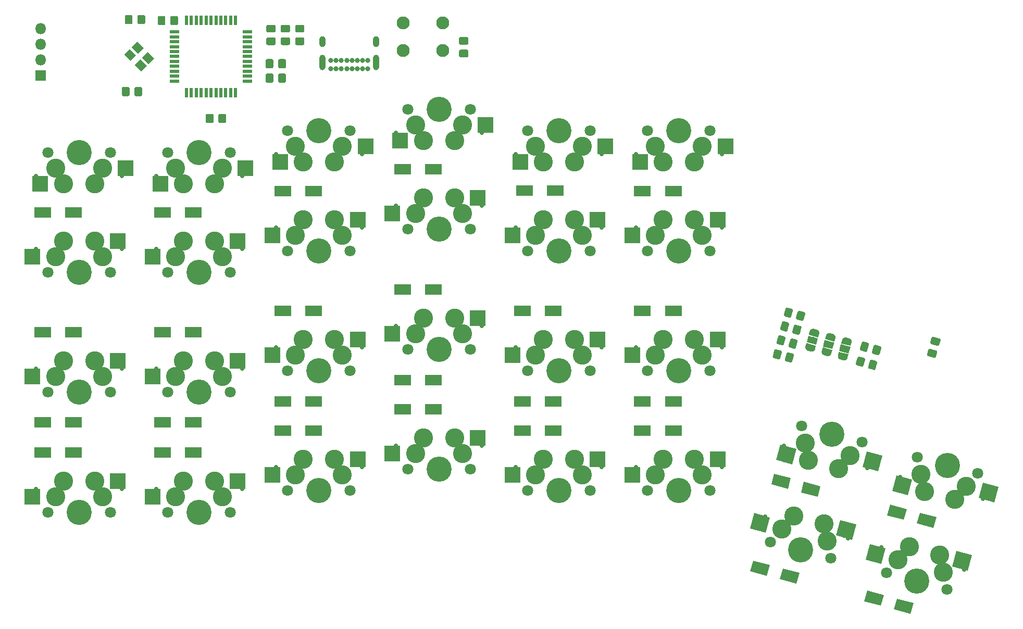
<source format=gbs>
G04 #@! TF.GenerationSoftware,KiCad,Pcbnew,(5.1.4)-1*
G04 #@! TF.CreationDate,2020-05-29T20:33:55-05:00*
G04 #@! TF.ProjectId,Keeb,4b656562-2e6b-4696-9361-645f70636258,rev?*
G04 #@! TF.SameCoordinates,Original*
G04 #@! TF.FileFunction,Soldermask,Bot*
G04 #@! TF.FilePolarity,Negative*
%FSLAX46Y46*%
G04 Gerber Fmt 4.6, Leading zero omitted, Abs format (unit mm)*
G04 Created by KiCad (PCBNEW (5.1.4)-1) date 2020-05-29 20:33:55*
%MOMM*%
%LPD*%
G04 APERTURE LIST*
%ADD10R,1.600000X0.600000*%
%ADD11R,0.600000X1.600000*%
%ADD12C,0.702000*%
%ADD13C,3.102000*%
%ADD14R,2.652000X2.602000*%
%ADD15C,1.803800*%
%ADD16C,4.089800*%
%ADD17C,0.100000*%
%ADD18C,1.252000*%
%ADD19R,2.802000X1.802000*%
%ADD20O,1.802000X1.802000*%
%ADD21R,1.802000X1.802000*%
%ADD22C,1.302000*%
%ADD23C,1.802000*%
%ADD24C,2.602000*%
%ADD25O,1.002000X1.802000*%
%ADD26O,1.002000X2.502000*%
%ADD27C,0.802000*%
%ADD28C,2.102000*%
%ADD29C,0.500000*%
%ADD30C,1.102000*%
G04 APERTURE END LIST*
D10*
X233088891Y-43313534D03*
X233088891Y-42513534D03*
X233088891Y-41713534D03*
X233088891Y-40913534D03*
X233088891Y-40113534D03*
X233088891Y-39313534D03*
X233088891Y-38513534D03*
X233088891Y-37713534D03*
X233088891Y-36913534D03*
X233088891Y-36113534D03*
X233088891Y-35313534D03*
D11*
X231188891Y-33413534D03*
X230388891Y-33413534D03*
X229588891Y-33413534D03*
X228788891Y-33413534D03*
X227988891Y-33413534D03*
X227188891Y-33413534D03*
X226388891Y-33413534D03*
X225588891Y-33413534D03*
X224788891Y-33413534D03*
X223988891Y-33413534D03*
X223188891Y-33413534D03*
D10*
X221288891Y-35313534D03*
X221288891Y-36113534D03*
X221288891Y-36913534D03*
X221288891Y-37713534D03*
X221288891Y-38513534D03*
X221288891Y-39313534D03*
X221288891Y-40113534D03*
X221288891Y-40913534D03*
X221288891Y-41713534D03*
X221288891Y-42513534D03*
X221288891Y-43313534D03*
D11*
X223188891Y-45213534D03*
X223988891Y-45213534D03*
X224788891Y-45213534D03*
X225588891Y-45213534D03*
X226388891Y-45213534D03*
X227188891Y-45213534D03*
X227988891Y-45213534D03*
X228788891Y-45213534D03*
X229588891Y-45213534D03*
X230388891Y-45213534D03*
X231188891Y-45213534D03*
D12*
X218253891Y-58723534D03*
X232223891Y-58723534D03*
D13*
X221428891Y-57453534D03*
X227778891Y-59993534D03*
D14*
X232798891Y-57453534D03*
D15*
X230318891Y-54913534D03*
X220158891Y-54913534D03*
D16*
X225238891Y-54913534D03*
D13*
X229048891Y-57453534D03*
X222698891Y-59993534D03*
D14*
X218948891Y-59993534D03*
D17*
G36*
X215751720Y-44259931D02*
G01*
X215778140Y-44263850D01*
X215804050Y-44270340D01*
X215829198Y-44279338D01*
X215853343Y-44290758D01*
X215876253Y-44304489D01*
X215897707Y-44320400D01*
X215917497Y-44338338D01*
X215935435Y-44358128D01*
X215951346Y-44379582D01*
X215965077Y-44402492D01*
X215976497Y-44426637D01*
X215985495Y-44451785D01*
X215991985Y-44477695D01*
X215995904Y-44504115D01*
X215997215Y-44530793D01*
X215997215Y-45488447D01*
X215995904Y-45515125D01*
X215991985Y-45541545D01*
X215985495Y-45567455D01*
X215976497Y-45592603D01*
X215965077Y-45616748D01*
X215951346Y-45639658D01*
X215935435Y-45661112D01*
X215917497Y-45680902D01*
X215897707Y-45698840D01*
X215876253Y-45714751D01*
X215853343Y-45728482D01*
X215829198Y-45739902D01*
X215804050Y-45748900D01*
X215778140Y-45755390D01*
X215751720Y-45759309D01*
X215725042Y-45760620D01*
X215017388Y-45760620D01*
X214990710Y-45759309D01*
X214964290Y-45755390D01*
X214938380Y-45748900D01*
X214913232Y-45739902D01*
X214889087Y-45728482D01*
X214866177Y-45714751D01*
X214844723Y-45698840D01*
X214824933Y-45680902D01*
X214806995Y-45661112D01*
X214791084Y-45639658D01*
X214777353Y-45616748D01*
X214765933Y-45592603D01*
X214756935Y-45567455D01*
X214750445Y-45541545D01*
X214746526Y-45515125D01*
X214745215Y-45488447D01*
X214745215Y-44530793D01*
X214746526Y-44504115D01*
X214750445Y-44477695D01*
X214756935Y-44451785D01*
X214765933Y-44426637D01*
X214777353Y-44402492D01*
X214791084Y-44379582D01*
X214806995Y-44358128D01*
X214824933Y-44338338D01*
X214844723Y-44320400D01*
X214866177Y-44304489D01*
X214889087Y-44290758D01*
X214913232Y-44279338D01*
X214938380Y-44270340D01*
X214964290Y-44263850D01*
X214990710Y-44259931D01*
X215017388Y-44258620D01*
X215725042Y-44258620D01*
X215751720Y-44259931D01*
X215751720Y-44259931D01*
G37*
D18*
X215371215Y-45009620D03*
D17*
G36*
X213701720Y-44259931D02*
G01*
X213728140Y-44263850D01*
X213754050Y-44270340D01*
X213779198Y-44279338D01*
X213803343Y-44290758D01*
X213826253Y-44304489D01*
X213847707Y-44320400D01*
X213867497Y-44338338D01*
X213885435Y-44358128D01*
X213901346Y-44379582D01*
X213915077Y-44402492D01*
X213926497Y-44426637D01*
X213935495Y-44451785D01*
X213941985Y-44477695D01*
X213945904Y-44504115D01*
X213947215Y-44530793D01*
X213947215Y-45488447D01*
X213945904Y-45515125D01*
X213941985Y-45541545D01*
X213935495Y-45567455D01*
X213926497Y-45592603D01*
X213915077Y-45616748D01*
X213901346Y-45639658D01*
X213885435Y-45661112D01*
X213867497Y-45680902D01*
X213847707Y-45698840D01*
X213826253Y-45714751D01*
X213803343Y-45728482D01*
X213779198Y-45739902D01*
X213754050Y-45748900D01*
X213728140Y-45755390D01*
X213701720Y-45759309D01*
X213675042Y-45760620D01*
X212967388Y-45760620D01*
X212940710Y-45759309D01*
X212914290Y-45755390D01*
X212888380Y-45748900D01*
X212863232Y-45739902D01*
X212839087Y-45728482D01*
X212816177Y-45714751D01*
X212794723Y-45698840D01*
X212774933Y-45680902D01*
X212756995Y-45661112D01*
X212741084Y-45639658D01*
X212727353Y-45616748D01*
X212715933Y-45592603D01*
X212706935Y-45567455D01*
X212700445Y-45541545D01*
X212696526Y-45515125D01*
X212695215Y-45488447D01*
X212695215Y-44530793D01*
X212696526Y-44504115D01*
X212700445Y-44477695D01*
X212706935Y-44451785D01*
X212715933Y-44426637D01*
X212727353Y-44402492D01*
X212741084Y-44379582D01*
X212756995Y-44358128D01*
X212774933Y-44338338D01*
X212794723Y-44320400D01*
X212816177Y-44304489D01*
X212839087Y-44290758D01*
X212863232Y-44279338D01*
X212888380Y-44270340D01*
X212914290Y-44263850D01*
X212940710Y-44259931D01*
X212967388Y-44258620D01*
X213675042Y-44258620D01*
X213701720Y-44259931D01*
X213701720Y-44259931D01*
G37*
D18*
X213321215Y-45009620D03*
D19*
X278146215Y-61097120D03*
X283146215Y-61097120D03*
D20*
X199498891Y-34813534D03*
X199498891Y-37353534D03*
X199498891Y-39893534D03*
D21*
X199498891Y-42433534D03*
D17*
G36*
X332559598Y-88105742D02*
G01*
X332586133Y-88108794D01*
X332612241Y-88114433D01*
X333295782Y-88297588D01*
X333321211Y-88305759D01*
X333345717Y-88316383D01*
X333369064Y-88329357D01*
X333391027Y-88344558D01*
X333411394Y-88361838D01*
X333429969Y-88381031D01*
X333446573Y-88401953D01*
X333461047Y-88424401D01*
X333473251Y-88448160D01*
X333483067Y-88473000D01*
X333490401Y-88498683D01*
X333495183Y-88524962D01*
X333497365Y-88551582D01*
X333496928Y-88578288D01*
X333493876Y-88604823D01*
X333488237Y-88630931D01*
X333240378Y-89555954D01*
X333232207Y-89581383D01*
X333221584Y-89605889D01*
X333208609Y-89629236D01*
X333193408Y-89651198D01*
X333176128Y-89671565D01*
X333156935Y-89690140D01*
X333136014Y-89706745D01*
X333113566Y-89721219D01*
X333089807Y-89733423D01*
X333064966Y-89743239D01*
X333039283Y-89750573D01*
X333013005Y-89755355D01*
X332986384Y-89757537D01*
X332959678Y-89757100D01*
X332933143Y-89754048D01*
X332907035Y-89748409D01*
X332223494Y-89565254D01*
X332198065Y-89557083D01*
X332173559Y-89546459D01*
X332150212Y-89533485D01*
X332128249Y-89518284D01*
X332107882Y-89501004D01*
X332089307Y-89481811D01*
X332072703Y-89460889D01*
X332058229Y-89438441D01*
X332046025Y-89414682D01*
X332036209Y-89389842D01*
X332028875Y-89364159D01*
X332024093Y-89337880D01*
X332021911Y-89311260D01*
X332022348Y-89284554D01*
X332025400Y-89258019D01*
X332031039Y-89231911D01*
X332278898Y-88306888D01*
X332287069Y-88281459D01*
X332297692Y-88256953D01*
X332310667Y-88233606D01*
X332325868Y-88211644D01*
X332343148Y-88191277D01*
X332362341Y-88172702D01*
X332383262Y-88156097D01*
X332405710Y-88141623D01*
X332429469Y-88129419D01*
X332454310Y-88119603D01*
X332479993Y-88112269D01*
X332506271Y-88107487D01*
X332532892Y-88105305D01*
X332559598Y-88105742D01*
X332559598Y-88105742D01*
G37*
D18*
X332759638Y-88931421D03*
D17*
G36*
X334539746Y-88636322D02*
G01*
X334566281Y-88639374D01*
X334592389Y-88645013D01*
X335275930Y-88828168D01*
X335301359Y-88836339D01*
X335325865Y-88846963D01*
X335349212Y-88859937D01*
X335371175Y-88875138D01*
X335391542Y-88892418D01*
X335410117Y-88911611D01*
X335426721Y-88932533D01*
X335441195Y-88954981D01*
X335453399Y-88978740D01*
X335463215Y-89003580D01*
X335470549Y-89029263D01*
X335475331Y-89055542D01*
X335477513Y-89082162D01*
X335477076Y-89108868D01*
X335474024Y-89135403D01*
X335468385Y-89161511D01*
X335220526Y-90086534D01*
X335212355Y-90111963D01*
X335201732Y-90136469D01*
X335188757Y-90159816D01*
X335173556Y-90181778D01*
X335156276Y-90202145D01*
X335137083Y-90220720D01*
X335116162Y-90237325D01*
X335093714Y-90251799D01*
X335069955Y-90264003D01*
X335045114Y-90273819D01*
X335019431Y-90281153D01*
X334993153Y-90285935D01*
X334966532Y-90288117D01*
X334939826Y-90287680D01*
X334913291Y-90284628D01*
X334887183Y-90278989D01*
X334203642Y-90095834D01*
X334178213Y-90087663D01*
X334153707Y-90077039D01*
X334130360Y-90064065D01*
X334108397Y-90048864D01*
X334088030Y-90031584D01*
X334069455Y-90012391D01*
X334052851Y-89991469D01*
X334038377Y-89969021D01*
X334026173Y-89945262D01*
X334016357Y-89920422D01*
X334009023Y-89894739D01*
X334004241Y-89868460D01*
X334002059Y-89841840D01*
X334002496Y-89815134D01*
X334005548Y-89788599D01*
X334011187Y-89762491D01*
X334259046Y-88837468D01*
X334267217Y-88812039D01*
X334277840Y-88787533D01*
X334290815Y-88764186D01*
X334306016Y-88742224D01*
X334323296Y-88721857D01*
X334342489Y-88703282D01*
X334363410Y-88686677D01*
X334385858Y-88672203D01*
X334409617Y-88659999D01*
X334434458Y-88650183D01*
X334460141Y-88642849D01*
X334486419Y-88638067D01*
X334513040Y-88635885D01*
X334539746Y-88636322D01*
X334539746Y-88636322D01*
G37*
D18*
X334739786Y-89462001D03*
D22*
X214039322Y-39066047D03*
D17*
G36*
X215030686Y-39136758D02*
G01*
X214110033Y-40057411D01*
X213047958Y-38995336D01*
X213968611Y-38074683D01*
X215030686Y-39136758D01*
X215030686Y-39136758D01*
G37*
D22*
X215736378Y-40763103D03*
D17*
G36*
X216727742Y-40833814D02*
G01*
X215807089Y-41754467D01*
X214745014Y-40692392D01*
X215665667Y-39771739D01*
X216727742Y-40833814D01*
X216727742Y-40833814D01*
G37*
D22*
X215241404Y-37863965D03*
D17*
G36*
X216232768Y-37934676D02*
G01*
X215312115Y-38855329D01*
X214250040Y-37793254D01*
X215170693Y-36872601D01*
X216232768Y-37934676D01*
X216232768Y-37934676D01*
G37*
D22*
X216938460Y-39561021D03*
D17*
G36*
X217929824Y-39631732D02*
G01*
X217009171Y-40552385D01*
X215947096Y-39490310D01*
X216867749Y-38569657D01*
X217929824Y-39631732D01*
X217929824Y-39631732D01*
G37*
D23*
X334949076Y-127391484D03*
D17*
G36*
X336535534Y-126883790D02*
G01*
X336069142Y-128624389D01*
X333362618Y-127899178D01*
X333829010Y-126158579D01*
X336535534Y-126883790D01*
X336535534Y-126883790D01*
G37*
D23*
X339778706Y-128685580D03*
D17*
G36*
X341365164Y-128177886D02*
G01*
X340898772Y-129918485D01*
X338192248Y-129193274D01*
X338658640Y-127452675D01*
X341365164Y-128177886D01*
X341365164Y-128177886D01*
G37*
D23*
X316424077Y-122516486D03*
D17*
G36*
X318010535Y-122008792D02*
G01*
X317544143Y-123749391D01*
X314837619Y-123024180D01*
X315304011Y-121283581D01*
X318010535Y-122008792D01*
X318010535Y-122008792D01*
G37*
D23*
X321253707Y-123810582D03*
D17*
G36*
X322840165Y-123302888D02*
G01*
X322373773Y-125043487D01*
X319667249Y-124318276D01*
X320133641Y-122577677D01*
X322840165Y-123302888D01*
X322840165Y-123302888D01*
G37*
D19*
X297328892Y-100163665D03*
X302328892Y-100163665D03*
X277828891Y-100163667D03*
X282828891Y-100163667D03*
X258328891Y-96663667D03*
X263328891Y-96663667D03*
X238828891Y-100163666D03*
X243828891Y-100163666D03*
X219328891Y-103663534D03*
X224328891Y-103663534D03*
X199828891Y-103663533D03*
X204828891Y-103663533D03*
D23*
X343505905Y-114718809D03*
D17*
G36*
X341919447Y-115226503D02*
G01*
X342385839Y-113485904D01*
X345092363Y-114211115D01*
X344625971Y-115951714D01*
X341919447Y-115226503D01*
X341919447Y-115226503D01*
G37*
D23*
X338676275Y-113424713D03*
D17*
G36*
X337089817Y-113932407D02*
G01*
X337556209Y-112191808D01*
X340262733Y-112917019D01*
X339796341Y-114657618D01*
X337089817Y-113932407D01*
X337089817Y-113932407D01*
G37*
D23*
X319836576Y-108378985D03*
D17*
G36*
X321423034Y-107871291D02*
G01*
X320956642Y-109611890D01*
X318250118Y-108886679D01*
X318716510Y-107146080D01*
X321423034Y-107871291D01*
X321423034Y-107871291D01*
G37*
D23*
X324666206Y-109673081D03*
D17*
G36*
X326252664Y-109165387D02*
G01*
X325786272Y-110905986D01*
X323079748Y-110180775D01*
X323546140Y-108440176D01*
X326252664Y-109165387D01*
X326252664Y-109165387D01*
G37*
D19*
X297326391Y-95376034D03*
X302326391Y-95376034D03*
X277826392Y-95376032D03*
X282826392Y-95376032D03*
X258326391Y-91963534D03*
X263326391Y-91963534D03*
X238826393Y-95376034D03*
X243826393Y-95376034D03*
X219326392Y-98788532D03*
X224326392Y-98788532D03*
X199826391Y-98788533D03*
X204826391Y-98788533D03*
X297328891Y-80663667D03*
X302328891Y-80663667D03*
X277828891Y-80663667D03*
X282828891Y-80663667D03*
X258328893Y-77163667D03*
X263328893Y-77163667D03*
X238828892Y-80663667D03*
X243828892Y-80663667D03*
X219328891Y-84163532D03*
X224328891Y-84163532D03*
X199828891Y-84163534D03*
X204828891Y-84163534D03*
X297328891Y-61163667D03*
X302328891Y-61163667D03*
X258328891Y-57663666D03*
X263328891Y-57663666D03*
X238828891Y-61163665D03*
X243828891Y-61163665D03*
X219328891Y-64663534D03*
X224328891Y-64663534D03*
X199826391Y-64663535D03*
X204826391Y-64663535D03*
D12*
X349607210Y-122744987D03*
X336113227Y-119129285D03*
D13*
X346211696Y-123149962D03*
X340735467Y-119053009D03*
D24*
X335229119Y-120207189D03*
D17*
G36*
X333611578Y-121120664D02*
G01*
X334285025Y-118607325D01*
X336846660Y-119293714D01*
X336173213Y-121807053D01*
X333611578Y-121120664D01*
X333611578Y-121120664D01*
G37*
D15*
X336967215Y-123302512D03*
X346781021Y-125932114D03*
D16*
X341874118Y-124617313D03*
D13*
X338851341Y-121177761D03*
X345642370Y-120367810D03*
D24*
X349264592Y-121338382D03*
D17*
G36*
X347647051Y-122251857D02*
G01*
X348320498Y-119738518D01*
X350882133Y-120424907D01*
X350208686Y-122938246D01*
X347647051Y-122251857D01*
X347647051Y-122251857D01*
G37*
D12*
X330771657Y-117698015D03*
X317277674Y-114082313D03*
D13*
X327376143Y-118102990D03*
X321899914Y-114006037D03*
D24*
X316393566Y-115160217D03*
D17*
G36*
X314776025Y-116073692D02*
G01*
X315449472Y-113560353D01*
X318011107Y-114246742D01*
X317337660Y-116760081D01*
X314776025Y-116073692D01*
X314776025Y-116073692D01*
G37*
D15*
X318131662Y-118255540D03*
X327945468Y-120885142D03*
D16*
X323038565Y-119570341D03*
D13*
X320015788Y-116130789D03*
X326806817Y-115320838D03*
D24*
X330429039Y-116291410D03*
D17*
G36*
X328811498Y-117204885D02*
G01*
X329484945Y-114691546D01*
X332046580Y-115377935D01*
X331373133Y-117891274D01*
X328811498Y-117204885D01*
X328811498Y-117204885D01*
G37*
D12*
X310223893Y-106103667D03*
X296253893Y-106103667D03*
D13*
X307048893Y-107373667D03*
X300698893Y-104833667D03*
D14*
X295678893Y-107373667D03*
D15*
X298158893Y-109913667D03*
X308318893Y-109913667D03*
D16*
X303238893Y-109913667D03*
D13*
X299428893Y-107373667D03*
X305778893Y-104833667D03*
D14*
X309528893Y-104833667D03*
D12*
X290723891Y-106103667D03*
X276753891Y-106103667D03*
D13*
X287548891Y-107373667D03*
X281198891Y-104833667D03*
D14*
X276178891Y-107373667D03*
D15*
X278658891Y-109913667D03*
X288818891Y-109913667D03*
D16*
X283738891Y-109913667D03*
D13*
X279928891Y-107373667D03*
X286278891Y-104833667D03*
D14*
X290028891Y-104833667D03*
D12*
X271223891Y-102603667D03*
X257253891Y-102603667D03*
D13*
X268048891Y-103873667D03*
X261698891Y-101333667D03*
D14*
X256678891Y-103873667D03*
D15*
X259158891Y-106413667D03*
X269318891Y-106413667D03*
D16*
X264238891Y-106413667D03*
D13*
X260428891Y-103873667D03*
X266778891Y-101333667D03*
D14*
X270528891Y-101333667D03*
D12*
X251723891Y-106103665D03*
X237753891Y-106103665D03*
D13*
X248548891Y-107373665D03*
X242198891Y-104833665D03*
D14*
X237178891Y-107373665D03*
D15*
X239658891Y-109913665D03*
X249818891Y-109913665D03*
D16*
X244738891Y-109913665D03*
D13*
X240928891Y-107373665D03*
X247278891Y-104833665D03*
D14*
X251028891Y-104833665D03*
D12*
X232223891Y-109603534D03*
X218253891Y-109603534D03*
D13*
X229048891Y-110873534D03*
X222698891Y-108333534D03*
D14*
X217678891Y-110873534D03*
D15*
X220158891Y-113413534D03*
X230318891Y-113413534D03*
D16*
X225238891Y-113413534D03*
D13*
X221428891Y-110873534D03*
X227778891Y-108333534D03*
D14*
X231528891Y-108333534D03*
D12*
X212723891Y-109603534D03*
X198753891Y-109603534D03*
D13*
X209548891Y-110873534D03*
X203198891Y-108333534D03*
D14*
X198178891Y-110873534D03*
D15*
X200658891Y-113413534D03*
X210818891Y-113413534D03*
D16*
X205738891Y-113413534D03*
D13*
X201928891Y-110873534D03*
X208278891Y-108333534D03*
D14*
X212028891Y-108333534D03*
D12*
X339187998Y-107654086D03*
X352681981Y-111269788D03*
D13*
X342583512Y-107249111D03*
X348059741Y-111346064D03*
D24*
X353566089Y-110191884D03*
D17*
G36*
X355183630Y-109278409D02*
G01*
X354510183Y-111791748D01*
X351948548Y-111105359D01*
X352621995Y-108592020D01*
X355183630Y-109278409D01*
X355183630Y-109278409D01*
G37*
D15*
X351827993Y-107096561D03*
X342014187Y-104466959D03*
D16*
X346921090Y-105781760D03*
D13*
X349943867Y-109221312D03*
X343152838Y-110031263D03*
D24*
X339530616Y-109060691D03*
D17*
G36*
X341148157Y-108147216D02*
G01*
X340474710Y-110660555D01*
X337913075Y-109974166D01*
X338586522Y-107460827D01*
X341148157Y-108147216D01*
X341148157Y-108147216D01*
G37*
D12*
X320352444Y-102607115D03*
X333846427Y-106222817D03*
D13*
X323747958Y-102202140D03*
X329224187Y-106299093D03*
D24*
X334730535Y-105144913D03*
D17*
G36*
X336348076Y-104231438D02*
G01*
X335674629Y-106744777D01*
X333112994Y-106058388D01*
X333786441Y-103545049D01*
X336348076Y-104231438D01*
X336348076Y-104231438D01*
G37*
D15*
X332992439Y-102049590D03*
X323178633Y-99419988D03*
D16*
X328085536Y-100734789D03*
D13*
X331108313Y-104174341D03*
X324317284Y-104984292D03*
D24*
X320695062Y-104013720D03*
D17*
G36*
X322312603Y-103100245D02*
G01*
X321639156Y-105613584D01*
X319077521Y-104927195D01*
X319750968Y-102413856D01*
X322312603Y-103100245D01*
X322312603Y-103100245D01*
G37*
D12*
X310223891Y-86603667D03*
X296253891Y-86603667D03*
D13*
X307048891Y-87873667D03*
X300698891Y-85333667D03*
D14*
X295678891Y-87873667D03*
D15*
X298158891Y-90413667D03*
X308318891Y-90413667D03*
D16*
X303238891Y-90413667D03*
D13*
X299428891Y-87873667D03*
X305778891Y-85333667D03*
D14*
X309528891Y-85333667D03*
D12*
X290723893Y-86603667D03*
X276753893Y-86603667D03*
D13*
X287548893Y-87873667D03*
X281198893Y-85333667D03*
D14*
X276178893Y-87873667D03*
D15*
X278658893Y-90413667D03*
X288818893Y-90413667D03*
D16*
X283738893Y-90413667D03*
D13*
X279928893Y-87873667D03*
X286278893Y-85333667D03*
D14*
X290028893Y-85333667D03*
D12*
X271223889Y-83103667D03*
X257253889Y-83103667D03*
D13*
X268048889Y-84373667D03*
X261698889Y-81833667D03*
D14*
X256678889Y-84373667D03*
D15*
X259158889Y-86913667D03*
X269318889Y-86913667D03*
D16*
X264238889Y-86913667D03*
D13*
X260428889Y-84373667D03*
X266778889Y-81833667D03*
D14*
X270528889Y-81833667D03*
D12*
X251723891Y-86603667D03*
X237753891Y-86603667D03*
D13*
X248548891Y-87873667D03*
X242198891Y-85333667D03*
D14*
X237178891Y-87873667D03*
D15*
X239658891Y-90413667D03*
X249818891Y-90413667D03*
D16*
X244738891Y-90413667D03*
D13*
X240928891Y-87873667D03*
X247278891Y-85333667D03*
D14*
X251028891Y-85333667D03*
D12*
X232223891Y-90103534D03*
X218253891Y-90103534D03*
D13*
X229048891Y-91373534D03*
X222698891Y-88833534D03*
D14*
X217678891Y-91373534D03*
D15*
X220158891Y-93913534D03*
X230318891Y-93913534D03*
D16*
X225238891Y-93913534D03*
D13*
X221428891Y-91373534D03*
X227778891Y-88833534D03*
D14*
X231528891Y-88833534D03*
D12*
X212723891Y-90103532D03*
X198753891Y-90103532D03*
D13*
X209548891Y-91373532D03*
X203198891Y-88833532D03*
D14*
X198178891Y-91373532D03*
D15*
X200658891Y-93913532D03*
X210818891Y-93913532D03*
D16*
X205738891Y-93913532D03*
D13*
X201928891Y-91373532D03*
X208278891Y-88833532D03*
D14*
X212028891Y-88833532D03*
D12*
X310223891Y-67103667D03*
X296253891Y-67103667D03*
D13*
X307048891Y-68373667D03*
X300698891Y-65833667D03*
D14*
X295678891Y-68373667D03*
D15*
X298158891Y-70913667D03*
X308318891Y-70913667D03*
D16*
X303238891Y-70913667D03*
D13*
X299428891Y-68373667D03*
X305778891Y-65833667D03*
D14*
X309528891Y-65833667D03*
D12*
X290723891Y-67103665D03*
X276753891Y-67103665D03*
D13*
X287548891Y-68373665D03*
X281198891Y-65833665D03*
D14*
X276178891Y-68373665D03*
D15*
X278658891Y-70913665D03*
X288818891Y-70913665D03*
D16*
X283738891Y-70913665D03*
D13*
X279928891Y-68373665D03*
X286278891Y-65833665D03*
D14*
X290028891Y-65833665D03*
D12*
X271223892Y-63603665D03*
X257253892Y-63603665D03*
D13*
X268048892Y-64873665D03*
X261698892Y-62333665D03*
D14*
X256678892Y-64873665D03*
D15*
X259158892Y-67413665D03*
X269318892Y-67413665D03*
D16*
X264238892Y-67413665D03*
D13*
X260428892Y-64873665D03*
X266778892Y-62333665D03*
D14*
X270528892Y-62333665D03*
D12*
X251723891Y-67103667D03*
X237753891Y-67103667D03*
D13*
X248548891Y-68373667D03*
X242198891Y-65833667D03*
D14*
X237178891Y-68373667D03*
D15*
X239658891Y-70913667D03*
X249818891Y-70913667D03*
D16*
X244738891Y-70913667D03*
D13*
X240928891Y-68373667D03*
X247278891Y-65833667D03*
D14*
X251028891Y-65833667D03*
D12*
X232223892Y-70603532D03*
X218253892Y-70603532D03*
D13*
X229048892Y-71873532D03*
X222698892Y-69333532D03*
D14*
X217678892Y-71873532D03*
D15*
X220158892Y-74413532D03*
X230318892Y-74413532D03*
D16*
X225238892Y-74413532D03*
D13*
X221428892Y-71873532D03*
X227778892Y-69333532D03*
D14*
X231528892Y-69333532D03*
D12*
X212723891Y-70603534D03*
X198753891Y-70603534D03*
D13*
X209548891Y-71873534D03*
X203198891Y-69333534D03*
D14*
X198178891Y-71873534D03*
D15*
X200658891Y-74413534D03*
X210818891Y-74413534D03*
D16*
X205738891Y-74413534D03*
D13*
X201928891Y-71873534D03*
X208278891Y-69333534D03*
D14*
X212028891Y-69333534D03*
D12*
X296253891Y-55223665D03*
X310223891Y-55223665D03*
D13*
X299428891Y-53953665D03*
X305778891Y-56493665D03*
D14*
X310798891Y-53953665D03*
D15*
X308318891Y-51413665D03*
X298158891Y-51413665D03*
D16*
X303238891Y-51413665D03*
D13*
X307048891Y-53953665D03*
X300698891Y-56493665D03*
D14*
X296948891Y-56493665D03*
D12*
X276753891Y-55223667D03*
X290723891Y-55223667D03*
D13*
X279928891Y-53953667D03*
X286278891Y-56493667D03*
D14*
X291298891Y-53953667D03*
D15*
X288818891Y-51413667D03*
X278658891Y-51413667D03*
D16*
X283738891Y-51413667D03*
D13*
X287548891Y-53953667D03*
X281198891Y-56493667D03*
D14*
X277448891Y-56493667D03*
D12*
X257253893Y-51723666D03*
X271223893Y-51723666D03*
D13*
X260428893Y-50453666D03*
X266778893Y-52993666D03*
D14*
X271798893Y-50453666D03*
D15*
X269318893Y-47913666D03*
X259158893Y-47913666D03*
D16*
X264238893Y-47913666D03*
D13*
X268048893Y-50453666D03*
X261698893Y-52993666D03*
D14*
X257948893Y-52993666D03*
D12*
X237753891Y-55223667D03*
X251723891Y-55223667D03*
D13*
X240928891Y-53953667D03*
X247278891Y-56493667D03*
D14*
X252298891Y-53953667D03*
D15*
X249818891Y-51413667D03*
X239658891Y-51413667D03*
D16*
X244738891Y-51413667D03*
D13*
X248548891Y-53953667D03*
X242198891Y-56493667D03*
D14*
X238448891Y-56493667D03*
D12*
X198753890Y-58723666D03*
X212723890Y-58723666D03*
D13*
X201928890Y-57453666D03*
X208278890Y-59993666D03*
D14*
X213298890Y-57453666D03*
D15*
X210818890Y-54913666D03*
X200658890Y-54913666D03*
D16*
X205738890Y-54913666D03*
D13*
X209548890Y-57453666D03*
X203198890Y-59993666D03*
D14*
X199448890Y-59993666D03*
D25*
X253988891Y-36903534D03*
X245338891Y-36903534D03*
D26*
X253988891Y-40283534D03*
X245338891Y-40283534D03*
D27*
X250088891Y-39913534D03*
X252638891Y-39913534D03*
X251788891Y-39913534D03*
X250938891Y-39913534D03*
X246688891Y-39913534D03*
X248388891Y-39913534D03*
X249238891Y-39913534D03*
X247538891Y-39913534D03*
X252638891Y-41263534D03*
X251788891Y-41263534D03*
X250938891Y-41263534D03*
X250088891Y-41263534D03*
X249238891Y-41263534D03*
X248388891Y-41263534D03*
X247538891Y-41263534D03*
X246688891Y-41263534D03*
D28*
X264888891Y-33853534D03*
X264888891Y-38353534D03*
X258388891Y-33853534D03*
X258388891Y-38353534D03*
D17*
G36*
X344588548Y-84873670D02*
G01*
X344615083Y-84876722D01*
X344641191Y-84882361D01*
X345566214Y-85130220D01*
X345591643Y-85138391D01*
X345616149Y-85149014D01*
X345639496Y-85161989D01*
X345661458Y-85177190D01*
X345681825Y-85194470D01*
X345700400Y-85213663D01*
X345717005Y-85234584D01*
X345731479Y-85257032D01*
X345743683Y-85280791D01*
X345753499Y-85305632D01*
X345760833Y-85331315D01*
X345765615Y-85357593D01*
X345767797Y-85384214D01*
X345767360Y-85410920D01*
X345764308Y-85437455D01*
X345758669Y-85463563D01*
X345575514Y-86147104D01*
X345567343Y-86172533D01*
X345556719Y-86197039D01*
X345543745Y-86220386D01*
X345528544Y-86242349D01*
X345511264Y-86262716D01*
X345492071Y-86281291D01*
X345471149Y-86297895D01*
X345448701Y-86312369D01*
X345424942Y-86324573D01*
X345400102Y-86334389D01*
X345374419Y-86341723D01*
X345348140Y-86346505D01*
X345321520Y-86348687D01*
X345294814Y-86348250D01*
X345268279Y-86345198D01*
X345242171Y-86339559D01*
X344317148Y-86091700D01*
X344291719Y-86083529D01*
X344267213Y-86072906D01*
X344243866Y-86059931D01*
X344221904Y-86044730D01*
X344201537Y-86027450D01*
X344182962Y-86008257D01*
X344166357Y-85987336D01*
X344151883Y-85964888D01*
X344139679Y-85941129D01*
X344129863Y-85916288D01*
X344122529Y-85890605D01*
X344117747Y-85864327D01*
X344115565Y-85837706D01*
X344116002Y-85811000D01*
X344119054Y-85784465D01*
X344124693Y-85758357D01*
X344307848Y-85074816D01*
X344316019Y-85049387D01*
X344326643Y-85024881D01*
X344339617Y-85001534D01*
X344354818Y-84979571D01*
X344372098Y-84959204D01*
X344391291Y-84940629D01*
X344412213Y-84924025D01*
X344434661Y-84909551D01*
X344458420Y-84897347D01*
X344483260Y-84887531D01*
X344508943Y-84880197D01*
X344535222Y-84875415D01*
X344561842Y-84873233D01*
X344588548Y-84873670D01*
X344588548Y-84873670D01*
G37*
D18*
X344941681Y-85610960D03*
D17*
G36*
X344057968Y-86853818D02*
G01*
X344084503Y-86856870D01*
X344110611Y-86862509D01*
X345035634Y-87110368D01*
X345061063Y-87118539D01*
X345085569Y-87129162D01*
X345108916Y-87142137D01*
X345130878Y-87157338D01*
X345151245Y-87174618D01*
X345169820Y-87193811D01*
X345186425Y-87214732D01*
X345200899Y-87237180D01*
X345213103Y-87260939D01*
X345222919Y-87285780D01*
X345230253Y-87311463D01*
X345235035Y-87337741D01*
X345237217Y-87364362D01*
X345236780Y-87391068D01*
X345233728Y-87417603D01*
X345228089Y-87443711D01*
X345044934Y-88127252D01*
X345036763Y-88152681D01*
X345026139Y-88177187D01*
X345013165Y-88200534D01*
X344997964Y-88222497D01*
X344980684Y-88242864D01*
X344961491Y-88261439D01*
X344940569Y-88278043D01*
X344918121Y-88292517D01*
X344894362Y-88304721D01*
X344869522Y-88314537D01*
X344843839Y-88321871D01*
X344817560Y-88326653D01*
X344790940Y-88328835D01*
X344764234Y-88328398D01*
X344737699Y-88325346D01*
X344711591Y-88319707D01*
X343786568Y-88071848D01*
X343761139Y-88063677D01*
X343736633Y-88053054D01*
X343713286Y-88040079D01*
X343691324Y-88024878D01*
X343670957Y-88007598D01*
X343652382Y-87988405D01*
X343635777Y-87967484D01*
X343621303Y-87945036D01*
X343609099Y-87921277D01*
X343599283Y-87896436D01*
X343591949Y-87870753D01*
X343587167Y-87844475D01*
X343584985Y-87817854D01*
X343585422Y-87791148D01*
X343588474Y-87764613D01*
X343594113Y-87738505D01*
X343777268Y-87054964D01*
X343785439Y-87029535D01*
X343796063Y-87005029D01*
X343809037Y-86981682D01*
X343824238Y-86959719D01*
X343841518Y-86939352D01*
X343860711Y-86920777D01*
X343881633Y-86904173D01*
X343904081Y-86889699D01*
X343927840Y-86877495D01*
X343952680Y-86867679D01*
X343978363Y-86860345D01*
X344004642Y-86855563D01*
X344031262Y-86853381D01*
X344057968Y-86853818D01*
X344057968Y-86853818D01*
G37*
D18*
X344411101Y-87591108D03*
D17*
G36*
X333209437Y-85680507D02*
G01*
X333235972Y-85683559D01*
X333262080Y-85689198D01*
X333945621Y-85872353D01*
X333971050Y-85880524D01*
X333995556Y-85891148D01*
X334018903Y-85904122D01*
X334040866Y-85919323D01*
X334061233Y-85936603D01*
X334079808Y-85955796D01*
X334096412Y-85976718D01*
X334110886Y-85999166D01*
X334123090Y-86022925D01*
X334132906Y-86047765D01*
X334140240Y-86073448D01*
X334145022Y-86099727D01*
X334147204Y-86126347D01*
X334146767Y-86153053D01*
X334143715Y-86179588D01*
X334138076Y-86205696D01*
X333890217Y-87130719D01*
X333882046Y-87156148D01*
X333871423Y-87180654D01*
X333858448Y-87204001D01*
X333843247Y-87225963D01*
X333825967Y-87246330D01*
X333806774Y-87264905D01*
X333785853Y-87281510D01*
X333763405Y-87295984D01*
X333739646Y-87308188D01*
X333714805Y-87318004D01*
X333689122Y-87325338D01*
X333662844Y-87330120D01*
X333636223Y-87332302D01*
X333609517Y-87331865D01*
X333582982Y-87328813D01*
X333556874Y-87323174D01*
X332873333Y-87140019D01*
X332847904Y-87131848D01*
X332823398Y-87121224D01*
X332800051Y-87108250D01*
X332778088Y-87093049D01*
X332757721Y-87075769D01*
X332739146Y-87056576D01*
X332722542Y-87035654D01*
X332708068Y-87013206D01*
X332695864Y-86989447D01*
X332686048Y-86964607D01*
X332678714Y-86938924D01*
X332673932Y-86912645D01*
X332671750Y-86886025D01*
X332672187Y-86859319D01*
X332675239Y-86832784D01*
X332680878Y-86806676D01*
X332928737Y-85881653D01*
X332936908Y-85856224D01*
X332947531Y-85831718D01*
X332960506Y-85808371D01*
X332975707Y-85786409D01*
X332992987Y-85766042D01*
X333012180Y-85747467D01*
X333033101Y-85730862D01*
X333055549Y-85716388D01*
X333079308Y-85704184D01*
X333104149Y-85694368D01*
X333129832Y-85687034D01*
X333156110Y-85682252D01*
X333182731Y-85680070D01*
X333209437Y-85680507D01*
X333209437Y-85680507D01*
G37*
D18*
X333409477Y-86506186D03*
D17*
G36*
X335189585Y-86211087D02*
G01*
X335216120Y-86214139D01*
X335242228Y-86219778D01*
X335925769Y-86402933D01*
X335951198Y-86411104D01*
X335975704Y-86421728D01*
X335999051Y-86434702D01*
X336021014Y-86449903D01*
X336041381Y-86467183D01*
X336059956Y-86486376D01*
X336076560Y-86507298D01*
X336091034Y-86529746D01*
X336103238Y-86553505D01*
X336113054Y-86578345D01*
X336120388Y-86604028D01*
X336125170Y-86630307D01*
X336127352Y-86656927D01*
X336126915Y-86683633D01*
X336123863Y-86710168D01*
X336118224Y-86736276D01*
X335870365Y-87661299D01*
X335862194Y-87686728D01*
X335851571Y-87711234D01*
X335838596Y-87734581D01*
X335823395Y-87756543D01*
X335806115Y-87776910D01*
X335786922Y-87795485D01*
X335766001Y-87812090D01*
X335743553Y-87826564D01*
X335719794Y-87838768D01*
X335694953Y-87848584D01*
X335669270Y-87855918D01*
X335642992Y-87860700D01*
X335616371Y-87862882D01*
X335589665Y-87862445D01*
X335563130Y-87859393D01*
X335537022Y-87853754D01*
X334853481Y-87670599D01*
X334828052Y-87662428D01*
X334803546Y-87651804D01*
X334780199Y-87638830D01*
X334758236Y-87623629D01*
X334737869Y-87606349D01*
X334719294Y-87587156D01*
X334702690Y-87566234D01*
X334688216Y-87543786D01*
X334676012Y-87520027D01*
X334666196Y-87495187D01*
X334658862Y-87469504D01*
X334654080Y-87443225D01*
X334651898Y-87416605D01*
X334652335Y-87389899D01*
X334655387Y-87363364D01*
X334661026Y-87337256D01*
X334908885Y-86412233D01*
X334917056Y-86386804D01*
X334927679Y-86362298D01*
X334940654Y-86338951D01*
X334955855Y-86316989D01*
X334973135Y-86296622D01*
X334992328Y-86278047D01*
X335013249Y-86261442D01*
X335035697Y-86246968D01*
X335059456Y-86234764D01*
X335084297Y-86224948D01*
X335109980Y-86217614D01*
X335136258Y-86212832D01*
X335162879Y-86210650D01*
X335189585Y-86211087D01*
X335189585Y-86211087D01*
G37*
D18*
X335389625Y-87036766D03*
D17*
G36*
X319029373Y-86902874D02*
G01*
X319055908Y-86905926D01*
X319082016Y-86911565D01*
X319765557Y-87094720D01*
X319790986Y-87102891D01*
X319815492Y-87113515D01*
X319838839Y-87126489D01*
X319860802Y-87141690D01*
X319881169Y-87158970D01*
X319899744Y-87178163D01*
X319916348Y-87199085D01*
X319930822Y-87221533D01*
X319943026Y-87245292D01*
X319952842Y-87270132D01*
X319960176Y-87295815D01*
X319964958Y-87322094D01*
X319967140Y-87348714D01*
X319966703Y-87375420D01*
X319963651Y-87401955D01*
X319958012Y-87428063D01*
X319710153Y-88353086D01*
X319701982Y-88378515D01*
X319691359Y-88403021D01*
X319678384Y-88426368D01*
X319663183Y-88448330D01*
X319645903Y-88468697D01*
X319626710Y-88487272D01*
X319605789Y-88503877D01*
X319583341Y-88518351D01*
X319559582Y-88530555D01*
X319534741Y-88540371D01*
X319509058Y-88547705D01*
X319482780Y-88552487D01*
X319456159Y-88554669D01*
X319429453Y-88554232D01*
X319402918Y-88551180D01*
X319376810Y-88545541D01*
X318693269Y-88362386D01*
X318667840Y-88354215D01*
X318643334Y-88343591D01*
X318619987Y-88330617D01*
X318598024Y-88315416D01*
X318577657Y-88298136D01*
X318559082Y-88278943D01*
X318542478Y-88258021D01*
X318528004Y-88235573D01*
X318515800Y-88211814D01*
X318505984Y-88186974D01*
X318498650Y-88161291D01*
X318493868Y-88135012D01*
X318491686Y-88108392D01*
X318492123Y-88081686D01*
X318495175Y-88055151D01*
X318500814Y-88029043D01*
X318748673Y-87104020D01*
X318756844Y-87078591D01*
X318767467Y-87054085D01*
X318780442Y-87030738D01*
X318795643Y-87008776D01*
X318812923Y-86988409D01*
X318832116Y-86969834D01*
X318853037Y-86953229D01*
X318875485Y-86938755D01*
X318899244Y-86926551D01*
X318924085Y-86916735D01*
X318949768Y-86909401D01*
X318976046Y-86904619D01*
X319002667Y-86902437D01*
X319029373Y-86902874D01*
X319029373Y-86902874D01*
G37*
D18*
X319229413Y-87728553D03*
D17*
G36*
X321009521Y-87433454D02*
G01*
X321036056Y-87436506D01*
X321062164Y-87442145D01*
X321745705Y-87625300D01*
X321771134Y-87633471D01*
X321795640Y-87644095D01*
X321818987Y-87657069D01*
X321840950Y-87672270D01*
X321861317Y-87689550D01*
X321879892Y-87708743D01*
X321896496Y-87729665D01*
X321910970Y-87752113D01*
X321923174Y-87775872D01*
X321932990Y-87800712D01*
X321940324Y-87826395D01*
X321945106Y-87852674D01*
X321947288Y-87879294D01*
X321946851Y-87906000D01*
X321943799Y-87932535D01*
X321938160Y-87958643D01*
X321690301Y-88883666D01*
X321682130Y-88909095D01*
X321671507Y-88933601D01*
X321658532Y-88956948D01*
X321643331Y-88978910D01*
X321626051Y-88999277D01*
X321606858Y-89017852D01*
X321585937Y-89034457D01*
X321563489Y-89048931D01*
X321539730Y-89061135D01*
X321514889Y-89070951D01*
X321489206Y-89078285D01*
X321462928Y-89083067D01*
X321436307Y-89085249D01*
X321409601Y-89084812D01*
X321383066Y-89081760D01*
X321356958Y-89076121D01*
X320673417Y-88892966D01*
X320647988Y-88884795D01*
X320623482Y-88874171D01*
X320600135Y-88861197D01*
X320578172Y-88845996D01*
X320557805Y-88828716D01*
X320539230Y-88809523D01*
X320522626Y-88788601D01*
X320508152Y-88766153D01*
X320495948Y-88742394D01*
X320486132Y-88717554D01*
X320478798Y-88691871D01*
X320474016Y-88665592D01*
X320471834Y-88638972D01*
X320472271Y-88612266D01*
X320475323Y-88585731D01*
X320480962Y-88559623D01*
X320728821Y-87634600D01*
X320736992Y-87609171D01*
X320747615Y-87584665D01*
X320760590Y-87561318D01*
X320775791Y-87539356D01*
X320793071Y-87518989D01*
X320812264Y-87500414D01*
X320833185Y-87483809D01*
X320855633Y-87469335D01*
X320879392Y-87457131D01*
X320904233Y-87447315D01*
X320929916Y-87439981D01*
X320956194Y-87435199D01*
X320982815Y-87433017D01*
X321009521Y-87433454D01*
X321009521Y-87433454D01*
G37*
D18*
X321209561Y-88259133D03*
D17*
G36*
X319635010Y-84642610D02*
G01*
X319661545Y-84645662D01*
X319687653Y-84651301D01*
X320371194Y-84834456D01*
X320396623Y-84842627D01*
X320421129Y-84853251D01*
X320444476Y-84866225D01*
X320466439Y-84881426D01*
X320486806Y-84898706D01*
X320505381Y-84917899D01*
X320521985Y-84938821D01*
X320536459Y-84961269D01*
X320548663Y-84985028D01*
X320558479Y-85009868D01*
X320565813Y-85035551D01*
X320570595Y-85061830D01*
X320572777Y-85088450D01*
X320572340Y-85115156D01*
X320569288Y-85141691D01*
X320563649Y-85167799D01*
X320315790Y-86092822D01*
X320307619Y-86118251D01*
X320296996Y-86142757D01*
X320284021Y-86166104D01*
X320268820Y-86188066D01*
X320251540Y-86208433D01*
X320232347Y-86227008D01*
X320211426Y-86243613D01*
X320188978Y-86258087D01*
X320165219Y-86270291D01*
X320140378Y-86280107D01*
X320114695Y-86287441D01*
X320088417Y-86292223D01*
X320061796Y-86294405D01*
X320035090Y-86293968D01*
X320008555Y-86290916D01*
X319982447Y-86285277D01*
X319298906Y-86102122D01*
X319273477Y-86093951D01*
X319248971Y-86083327D01*
X319225624Y-86070353D01*
X319203661Y-86055152D01*
X319183294Y-86037872D01*
X319164719Y-86018679D01*
X319148115Y-85997757D01*
X319133641Y-85975309D01*
X319121437Y-85951550D01*
X319111621Y-85926710D01*
X319104287Y-85901027D01*
X319099505Y-85874748D01*
X319097323Y-85848128D01*
X319097760Y-85821422D01*
X319100812Y-85794887D01*
X319106451Y-85768779D01*
X319354310Y-84843756D01*
X319362481Y-84818327D01*
X319373104Y-84793821D01*
X319386079Y-84770474D01*
X319401280Y-84748512D01*
X319418560Y-84728145D01*
X319437753Y-84709570D01*
X319458674Y-84692965D01*
X319481122Y-84678491D01*
X319504881Y-84666287D01*
X319529722Y-84656471D01*
X319555405Y-84649137D01*
X319581683Y-84644355D01*
X319608304Y-84642173D01*
X319635010Y-84642610D01*
X319635010Y-84642610D01*
G37*
D18*
X319835050Y-85468289D03*
D17*
G36*
X321615158Y-85173190D02*
G01*
X321641693Y-85176242D01*
X321667801Y-85181881D01*
X322351342Y-85365036D01*
X322376771Y-85373207D01*
X322401277Y-85383831D01*
X322424624Y-85396805D01*
X322446587Y-85412006D01*
X322466954Y-85429286D01*
X322485529Y-85448479D01*
X322502133Y-85469401D01*
X322516607Y-85491849D01*
X322528811Y-85515608D01*
X322538627Y-85540448D01*
X322545961Y-85566131D01*
X322550743Y-85592410D01*
X322552925Y-85619030D01*
X322552488Y-85645736D01*
X322549436Y-85672271D01*
X322543797Y-85698379D01*
X322295938Y-86623402D01*
X322287767Y-86648831D01*
X322277144Y-86673337D01*
X322264169Y-86696684D01*
X322248968Y-86718646D01*
X322231688Y-86739013D01*
X322212495Y-86757588D01*
X322191574Y-86774193D01*
X322169126Y-86788667D01*
X322145367Y-86800871D01*
X322120526Y-86810687D01*
X322094843Y-86818021D01*
X322068565Y-86822803D01*
X322041944Y-86824985D01*
X322015238Y-86824548D01*
X321988703Y-86821496D01*
X321962595Y-86815857D01*
X321279054Y-86632702D01*
X321253625Y-86624531D01*
X321229119Y-86613907D01*
X321205772Y-86600933D01*
X321183809Y-86585732D01*
X321163442Y-86568452D01*
X321144867Y-86549259D01*
X321128263Y-86528337D01*
X321113789Y-86505889D01*
X321101585Y-86482130D01*
X321091769Y-86457290D01*
X321084435Y-86431607D01*
X321079653Y-86405328D01*
X321077471Y-86378708D01*
X321077908Y-86352002D01*
X321080960Y-86325467D01*
X321086599Y-86299359D01*
X321334458Y-85374336D01*
X321342629Y-85348907D01*
X321353252Y-85324401D01*
X321366227Y-85301054D01*
X321381428Y-85279092D01*
X321398708Y-85258725D01*
X321417901Y-85240150D01*
X321438822Y-85223545D01*
X321461270Y-85209071D01*
X321485029Y-85196867D01*
X321509870Y-85187051D01*
X321535553Y-85179717D01*
X321561831Y-85174935D01*
X321588452Y-85172753D01*
X321615158Y-85173190D01*
X321615158Y-85173190D01*
G37*
D18*
X321815198Y-85998869D03*
D17*
G36*
X320240646Y-82382341D02*
G01*
X320267181Y-82385393D01*
X320293289Y-82391032D01*
X320976830Y-82574187D01*
X321002259Y-82582358D01*
X321026765Y-82592982D01*
X321050112Y-82605956D01*
X321072075Y-82621157D01*
X321092442Y-82638437D01*
X321111017Y-82657630D01*
X321127621Y-82678552D01*
X321142095Y-82701000D01*
X321154299Y-82724759D01*
X321164115Y-82749599D01*
X321171449Y-82775282D01*
X321176231Y-82801561D01*
X321178413Y-82828181D01*
X321177976Y-82854887D01*
X321174924Y-82881422D01*
X321169285Y-82907530D01*
X320921426Y-83832553D01*
X320913255Y-83857982D01*
X320902632Y-83882488D01*
X320889657Y-83905835D01*
X320874456Y-83927797D01*
X320857176Y-83948164D01*
X320837983Y-83966739D01*
X320817062Y-83983344D01*
X320794614Y-83997818D01*
X320770855Y-84010022D01*
X320746014Y-84019838D01*
X320720331Y-84027172D01*
X320694053Y-84031954D01*
X320667432Y-84034136D01*
X320640726Y-84033699D01*
X320614191Y-84030647D01*
X320588083Y-84025008D01*
X319904542Y-83841853D01*
X319879113Y-83833682D01*
X319854607Y-83823058D01*
X319831260Y-83810084D01*
X319809297Y-83794883D01*
X319788930Y-83777603D01*
X319770355Y-83758410D01*
X319753751Y-83737488D01*
X319739277Y-83715040D01*
X319727073Y-83691281D01*
X319717257Y-83666441D01*
X319709923Y-83640758D01*
X319705141Y-83614479D01*
X319702959Y-83587859D01*
X319703396Y-83561153D01*
X319706448Y-83534618D01*
X319712087Y-83508510D01*
X319959946Y-82583487D01*
X319968117Y-82558058D01*
X319978740Y-82533552D01*
X319991715Y-82510205D01*
X320006916Y-82488243D01*
X320024196Y-82467876D01*
X320043389Y-82449301D01*
X320064310Y-82432696D01*
X320086758Y-82418222D01*
X320110517Y-82406018D01*
X320135358Y-82396202D01*
X320161041Y-82388868D01*
X320187319Y-82384086D01*
X320213940Y-82381904D01*
X320240646Y-82382341D01*
X320240646Y-82382341D01*
G37*
D18*
X320440686Y-83208020D03*
D17*
G36*
X322220794Y-82912921D02*
G01*
X322247329Y-82915973D01*
X322273437Y-82921612D01*
X322956978Y-83104767D01*
X322982407Y-83112938D01*
X323006913Y-83123562D01*
X323030260Y-83136536D01*
X323052223Y-83151737D01*
X323072590Y-83169017D01*
X323091165Y-83188210D01*
X323107769Y-83209132D01*
X323122243Y-83231580D01*
X323134447Y-83255339D01*
X323144263Y-83280179D01*
X323151597Y-83305862D01*
X323156379Y-83332141D01*
X323158561Y-83358761D01*
X323158124Y-83385467D01*
X323155072Y-83412002D01*
X323149433Y-83438110D01*
X322901574Y-84363133D01*
X322893403Y-84388562D01*
X322882780Y-84413068D01*
X322869805Y-84436415D01*
X322854604Y-84458377D01*
X322837324Y-84478744D01*
X322818131Y-84497319D01*
X322797210Y-84513924D01*
X322774762Y-84528398D01*
X322751003Y-84540602D01*
X322726162Y-84550418D01*
X322700479Y-84557752D01*
X322674201Y-84562534D01*
X322647580Y-84564716D01*
X322620874Y-84564279D01*
X322594339Y-84561227D01*
X322568231Y-84555588D01*
X321884690Y-84372433D01*
X321859261Y-84364262D01*
X321834755Y-84353638D01*
X321811408Y-84340664D01*
X321789445Y-84325463D01*
X321769078Y-84308183D01*
X321750503Y-84288990D01*
X321733899Y-84268068D01*
X321719425Y-84245620D01*
X321707221Y-84221861D01*
X321697405Y-84197021D01*
X321690071Y-84171338D01*
X321685289Y-84145059D01*
X321683107Y-84118439D01*
X321683544Y-84091733D01*
X321686596Y-84065198D01*
X321692235Y-84039090D01*
X321940094Y-83114067D01*
X321948265Y-83088638D01*
X321958888Y-83064132D01*
X321971863Y-83040785D01*
X321987064Y-83018823D01*
X322004344Y-82998456D01*
X322023537Y-82979881D01*
X322044458Y-82963276D01*
X322066906Y-82948802D01*
X322090665Y-82936598D01*
X322115506Y-82926782D01*
X322141189Y-82919448D01*
X322167467Y-82914666D01*
X322194088Y-82912484D01*
X322220794Y-82912921D01*
X322220794Y-82912921D01*
G37*
D18*
X322420834Y-83738600D03*
D17*
G36*
X320846283Y-80122077D02*
G01*
X320872818Y-80125129D01*
X320898926Y-80130768D01*
X321582467Y-80313923D01*
X321607896Y-80322094D01*
X321632402Y-80332718D01*
X321655749Y-80345692D01*
X321677712Y-80360893D01*
X321698079Y-80378173D01*
X321716654Y-80397366D01*
X321733258Y-80418288D01*
X321747732Y-80440736D01*
X321759936Y-80464495D01*
X321769752Y-80489335D01*
X321777086Y-80515018D01*
X321781868Y-80541297D01*
X321784050Y-80567917D01*
X321783613Y-80594623D01*
X321780561Y-80621158D01*
X321774922Y-80647266D01*
X321527063Y-81572289D01*
X321518892Y-81597718D01*
X321508269Y-81622224D01*
X321495294Y-81645571D01*
X321480093Y-81667533D01*
X321462813Y-81687900D01*
X321443620Y-81706475D01*
X321422699Y-81723080D01*
X321400251Y-81737554D01*
X321376492Y-81749758D01*
X321351651Y-81759574D01*
X321325968Y-81766908D01*
X321299690Y-81771690D01*
X321273069Y-81773872D01*
X321246363Y-81773435D01*
X321219828Y-81770383D01*
X321193720Y-81764744D01*
X320510179Y-81581589D01*
X320484750Y-81573418D01*
X320460244Y-81562794D01*
X320436897Y-81549820D01*
X320414934Y-81534619D01*
X320394567Y-81517339D01*
X320375992Y-81498146D01*
X320359388Y-81477224D01*
X320344914Y-81454776D01*
X320332710Y-81431017D01*
X320322894Y-81406177D01*
X320315560Y-81380494D01*
X320310778Y-81354215D01*
X320308596Y-81327595D01*
X320309033Y-81300889D01*
X320312085Y-81274354D01*
X320317724Y-81248246D01*
X320565583Y-80323223D01*
X320573754Y-80297794D01*
X320584377Y-80273288D01*
X320597352Y-80249941D01*
X320612553Y-80227979D01*
X320629833Y-80207612D01*
X320649026Y-80189037D01*
X320669947Y-80172432D01*
X320692395Y-80157958D01*
X320716154Y-80145754D01*
X320740995Y-80135938D01*
X320766678Y-80128604D01*
X320792956Y-80123822D01*
X320819577Y-80121640D01*
X320846283Y-80122077D01*
X320846283Y-80122077D01*
G37*
D18*
X321046323Y-80947756D03*
D17*
G36*
X322826431Y-80652657D02*
G01*
X322852966Y-80655709D01*
X322879074Y-80661348D01*
X323562615Y-80844503D01*
X323588044Y-80852674D01*
X323612550Y-80863298D01*
X323635897Y-80876272D01*
X323657860Y-80891473D01*
X323678227Y-80908753D01*
X323696802Y-80927946D01*
X323713406Y-80948868D01*
X323727880Y-80971316D01*
X323740084Y-80995075D01*
X323749900Y-81019915D01*
X323757234Y-81045598D01*
X323762016Y-81071877D01*
X323764198Y-81098497D01*
X323763761Y-81125203D01*
X323760709Y-81151738D01*
X323755070Y-81177846D01*
X323507211Y-82102869D01*
X323499040Y-82128298D01*
X323488417Y-82152804D01*
X323475442Y-82176151D01*
X323460241Y-82198113D01*
X323442961Y-82218480D01*
X323423768Y-82237055D01*
X323402847Y-82253660D01*
X323380399Y-82268134D01*
X323356640Y-82280338D01*
X323331799Y-82290154D01*
X323306116Y-82297488D01*
X323279838Y-82302270D01*
X323253217Y-82304452D01*
X323226511Y-82304015D01*
X323199976Y-82300963D01*
X323173868Y-82295324D01*
X322490327Y-82112169D01*
X322464898Y-82103998D01*
X322440392Y-82093374D01*
X322417045Y-82080400D01*
X322395082Y-82065199D01*
X322374715Y-82047919D01*
X322356140Y-82028726D01*
X322339536Y-82007804D01*
X322325062Y-81985356D01*
X322312858Y-81961597D01*
X322303042Y-81936757D01*
X322295708Y-81911074D01*
X322290926Y-81884795D01*
X322288744Y-81858175D01*
X322289181Y-81831469D01*
X322292233Y-81804934D01*
X322297872Y-81778826D01*
X322545731Y-80853803D01*
X322553902Y-80828374D01*
X322564525Y-80803868D01*
X322577500Y-80780521D01*
X322592701Y-80758559D01*
X322609981Y-80738192D01*
X322629174Y-80719617D01*
X322650095Y-80703012D01*
X322672543Y-80688538D01*
X322696302Y-80676334D01*
X322721143Y-80666518D01*
X322746826Y-80659184D01*
X322773104Y-80654402D01*
X322799725Y-80652220D01*
X322826431Y-80652657D01*
X322826431Y-80652657D01*
G37*
D18*
X323026471Y-81478336D03*
D17*
G36*
X214189220Y-32559931D02*
G01*
X214215640Y-32563850D01*
X214241550Y-32570340D01*
X214266698Y-32579338D01*
X214290843Y-32590758D01*
X214313753Y-32604489D01*
X214335207Y-32620400D01*
X214354997Y-32638338D01*
X214372935Y-32658128D01*
X214388846Y-32679582D01*
X214402577Y-32702492D01*
X214413997Y-32726637D01*
X214422995Y-32751785D01*
X214429485Y-32777695D01*
X214433404Y-32804115D01*
X214434715Y-32830793D01*
X214434715Y-33788447D01*
X214433404Y-33815125D01*
X214429485Y-33841545D01*
X214422995Y-33867455D01*
X214413997Y-33892603D01*
X214402577Y-33916748D01*
X214388846Y-33939658D01*
X214372935Y-33961112D01*
X214354997Y-33980902D01*
X214335207Y-33998840D01*
X214313753Y-34014751D01*
X214290843Y-34028482D01*
X214266698Y-34039902D01*
X214241550Y-34048900D01*
X214215640Y-34055390D01*
X214189220Y-34059309D01*
X214162542Y-34060620D01*
X213454888Y-34060620D01*
X213428210Y-34059309D01*
X213401790Y-34055390D01*
X213375880Y-34048900D01*
X213350732Y-34039902D01*
X213326587Y-34028482D01*
X213303677Y-34014751D01*
X213282223Y-33998840D01*
X213262433Y-33980902D01*
X213244495Y-33961112D01*
X213228584Y-33939658D01*
X213214853Y-33916748D01*
X213203433Y-33892603D01*
X213194435Y-33867455D01*
X213187945Y-33841545D01*
X213184026Y-33815125D01*
X213182715Y-33788447D01*
X213182715Y-32830793D01*
X213184026Y-32804115D01*
X213187945Y-32777695D01*
X213194435Y-32751785D01*
X213203433Y-32726637D01*
X213214853Y-32702492D01*
X213228584Y-32679582D01*
X213244495Y-32658128D01*
X213262433Y-32638338D01*
X213282223Y-32620400D01*
X213303677Y-32604489D01*
X213326587Y-32590758D01*
X213350732Y-32579338D01*
X213375880Y-32570340D01*
X213401790Y-32563850D01*
X213428210Y-32559931D01*
X213454888Y-32558620D01*
X214162542Y-32558620D01*
X214189220Y-32559931D01*
X214189220Y-32559931D01*
G37*
D18*
X213808715Y-33309620D03*
D17*
G36*
X216239220Y-32559931D02*
G01*
X216265640Y-32563850D01*
X216291550Y-32570340D01*
X216316698Y-32579338D01*
X216340843Y-32590758D01*
X216363753Y-32604489D01*
X216385207Y-32620400D01*
X216404997Y-32638338D01*
X216422935Y-32658128D01*
X216438846Y-32679582D01*
X216452577Y-32702492D01*
X216463997Y-32726637D01*
X216472995Y-32751785D01*
X216479485Y-32777695D01*
X216483404Y-32804115D01*
X216484715Y-32830793D01*
X216484715Y-33788447D01*
X216483404Y-33815125D01*
X216479485Y-33841545D01*
X216472995Y-33867455D01*
X216463997Y-33892603D01*
X216452577Y-33916748D01*
X216438846Y-33939658D01*
X216422935Y-33961112D01*
X216404997Y-33980902D01*
X216385207Y-33998840D01*
X216363753Y-34014751D01*
X216340843Y-34028482D01*
X216316698Y-34039902D01*
X216291550Y-34048900D01*
X216265640Y-34055390D01*
X216239220Y-34059309D01*
X216212542Y-34060620D01*
X215504888Y-34060620D01*
X215478210Y-34059309D01*
X215451790Y-34055390D01*
X215425880Y-34048900D01*
X215400732Y-34039902D01*
X215376587Y-34028482D01*
X215353677Y-34014751D01*
X215332223Y-33998840D01*
X215312433Y-33980902D01*
X215294495Y-33961112D01*
X215278584Y-33939658D01*
X215264853Y-33916748D01*
X215253433Y-33892603D01*
X215244435Y-33867455D01*
X215237945Y-33841545D01*
X215234026Y-33815125D01*
X215232715Y-33788447D01*
X215232715Y-32830793D01*
X215234026Y-32804115D01*
X215237945Y-32777695D01*
X215244435Y-32751785D01*
X215253433Y-32726637D01*
X215264853Y-32702492D01*
X215278584Y-32679582D01*
X215294495Y-32658128D01*
X215312433Y-32638338D01*
X215332223Y-32620400D01*
X215353677Y-32604489D01*
X215376587Y-32590758D01*
X215400732Y-32579338D01*
X215425880Y-32570340D01*
X215451790Y-32563850D01*
X215478210Y-32559931D01*
X215504888Y-32558620D01*
X216212542Y-32558620D01*
X216239220Y-32559931D01*
X216239220Y-32559931D01*
G37*
D18*
X215858715Y-33309620D03*
D17*
G36*
X242124396Y-34153843D02*
G01*
X242150816Y-34157762D01*
X242176726Y-34164252D01*
X242201874Y-34173250D01*
X242226019Y-34184670D01*
X242248929Y-34198401D01*
X242270383Y-34214312D01*
X242290173Y-34232250D01*
X242308111Y-34252040D01*
X242324022Y-34273494D01*
X242337753Y-34296404D01*
X242349173Y-34320549D01*
X242358171Y-34345697D01*
X242364661Y-34371607D01*
X242368580Y-34398027D01*
X242369891Y-34424705D01*
X242369891Y-35132359D01*
X242368580Y-35159037D01*
X242364661Y-35185457D01*
X242358171Y-35211367D01*
X242349173Y-35236515D01*
X242337753Y-35260660D01*
X242324022Y-35283570D01*
X242308111Y-35305024D01*
X242290173Y-35324814D01*
X242270383Y-35342752D01*
X242248929Y-35358663D01*
X242226019Y-35372394D01*
X242201874Y-35383814D01*
X242176726Y-35392812D01*
X242150816Y-35399302D01*
X242124396Y-35403221D01*
X242097718Y-35404532D01*
X241140064Y-35404532D01*
X241113386Y-35403221D01*
X241086966Y-35399302D01*
X241061056Y-35392812D01*
X241035908Y-35383814D01*
X241011763Y-35372394D01*
X240988853Y-35358663D01*
X240967399Y-35342752D01*
X240947609Y-35324814D01*
X240929671Y-35305024D01*
X240913760Y-35283570D01*
X240900029Y-35260660D01*
X240888609Y-35236515D01*
X240879611Y-35211367D01*
X240873121Y-35185457D01*
X240869202Y-35159037D01*
X240867891Y-35132359D01*
X240867891Y-34424705D01*
X240869202Y-34398027D01*
X240873121Y-34371607D01*
X240879611Y-34345697D01*
X240888609Y-34320549D01*
X240900029Y-34296404D01*
X240913760Y-34273494D01*
X240929671Y-34252040D01*
X240947609Y-34232250D01*
X240967399Y-34214312D01*
X240988853Y-34198401D01*
X241011763Y-34184670D01*
X241035908Y-34173250D01*
X241061056Y-34164252D01*
X241086966Y-34157762D01*
X241113386Y-34153843D01*
X241140064Y-34152532D01*
X242097718Y-34152532D01*
X242124396Y-34153843D01*
X242124396Y-34153843D01*
G37*
D18*
X241618891Y-34778532D03*
D17*
G36*
X242124396Y-36203843D02*
G01*
X242150816Y-36207762D01*
X242176726Y-36214252D01*
X242201874Y-36223250D01*
X242226019Y-36234670D01*
X242248929Y-36248401D01*
X242270383Y-36264312D01*
X242290173Y-36282250D01*
X242308111Y-36302040D01*
X242324022Y-36323494D01*
X242337753Y-36346404D01*
X242349173Y-36370549D01*
X242358171Y-36395697D01*
X242364661Y-36421607D01*
X242368580Y-36448027D01*
X242369891Y-36474705D01*
X242369891Y-37182359D01*
X242368580Y-37209037D01*
X242364661Y-37235457D01*
X242358171Y-37261367D01*
X242349173Y-37286515D01*
X242337753Y-37310660D01*
X242324022Y-37333570D01*
X242308111Y-37355024D01*
X242290173Y-37374814D01*
X242270383Y-37392752D01*
X242248929Y-37408663D01*
X242226019Y-37422394D01*
X242201874Y-37433814D01*
X242176726Y-37442812D01*
X242150816Y-37449302D01*
X242124396Y-37453221D01*
X242097718Y-37454532D01*
X241140064Y-37454532D01*
X241113386Y-37453221D01*
X241086966Y-37449302D01*
X241061056Y-37442812D01*
X241035908Y-37433814D01*
X241011763Y-37422394D01*
X240988853Y-37408663D01*
X240967399Y-37392752D01*
X240947609Y-37374814D01*
X240929671Y-37355024D01*
X240913760Y-37333570D01*
X240900029Y-37310660D01*
X240888609Y-37286515D01*
X240879611Y-37261367D01*
X240873121Y-37235457D01*
X240869202Y-37209037D01*
X240867891Y-37182359D01*
X240867891Y-36474705D01*
X240869202Y-36448027D01*
X240873121Y-36421607D01*
X240879611Y-36395697D01*
X240888609Y-36370549D01*
X240900029Y-36346404D01*
X240913760Y-36323494D01*
X240929671Y-36302040D01*
X240947609Y-36282250D01*
X240967399Y-36264312D01*
X240988853Y-36248401D01*
X241011763Y-36234670D01*
X241035908Y-36223250D01*
X241061056Y-36214252D01*
X241086966Y-36207762D01*
X241113386Y-36203843D01*
X241140064Y-36202532D01*
X242097718Y-36202532D01*
X242124396Y-36203843D01*
X242124396Y-36203843D01*
G37*
D18*
X241618891Y-36828532D03*
D17*
G36*
X239784396Y-34153845D02*
G01*
X239810816Y-34157764D01*
X239836726Y-34164254D01*
X239861874Y-34173252D01*
X239886019Y-34184672D01*
X239908929Y-34198403D01*
X239930383Y-34214314D01*
X239950173Y-34232252D01*
X239968111Y-34252042D01*
X239984022Y-34273496D01*
X239997753Y-34296406D01*
X240009173Y-34320551D01*
X240018171Y-34345699D01*
X240024661Y-34371609D01*
X240028580Y-34398029D01*
X240029891Y-34424707D01*
X240029891Y-35132361D01*
X240028580Y-35159039D01*
X240024661Y-35185459D01*
X240018171Y-35211369D01*
X240009173Y-35236517D01*
X239997753Y-35260662D01*
X239984022Y-35283572D01*
X239968111Y-35305026D01*
X239950173Y-35324816D01*
X239930383Y-35342754D01*
X239908929Y-35358665D01*
X239886019Y-35372396D01*
X239861874Y-35383816D01*
X239836726Y-35392814D01*
X239810816Y-35399304D01*
X239784396Y-35403223D01*
X239757718Y-35404534D01*
X238800064Y-35404534D01*
X238773386Y-35403223D01*
X238746966Y-35399304D01*
X238721056Y-35392814D01*
X238695908Y-35383816D01*
X238671763Y-35372396D01*
X238648853Y-35358665D01*
X238627399Y-35342754D01*
X238607609Y-35324816D01*
X238589671Y-35305026D01*
X238573760Y-35283572D01*
X238560029Y-35260662D01*
X238548609Y-35236517D01*
X238539611Y-35211369D01*
X238533121Y-35185459D01*
X238529202Y-35159039D01*
X238527891Y-35132361D01*
X238527891Y-34424707D01*
X238529202Y-34398029D01*
X238533121Y-34371609D01*
X238539611Y-34345699D01*
X238548609Y-34320551D01*
X238560029Y-34296406D01*
X238573760Y-34273496D01*
X238589671Y-34252042D01*
X238607609Y-34232252D01*
X238627399Y-34214314D01*
X238648853Y-34198403D01*
X238671763Y-34184672D01*
X238695908Y-34173252D01*
X238721056Y-34164254D01*
X238746966Y-34157764D01*
X238773386Y-34153845D01*
X238800064Y-34152534D01*
X239757718Y-34152534D01*
X239784396Y-34153845D01*
X239784396Y-34153845D01*
G37*
D18*
X239278891Y-34778534D03*
D17*
G36*
X239784396Y-36203845D02*
G01*
X239810816Y-36207764D01*
X239836726Y-36214254D01*
X239861874Y-36223252D01*
X239886019Y-36234672D01*
X239908929Y-36248403D01*
X239930383Y-36264314D01*
X239950173Y-36282252D01*
X239968111Y-36302042D01*
X239984022Y-36323496D01*
X239997753Y-36346406D01*
X240009173Y-36370551D01*
X240018171Y-36395699D01*
X240024661Y-36421609D01*
X240028580Y-36448029D01*
X240029891Y-36474707D01*
X240029891Y-37182361D01*
X240028580Y-37209039D01*
X240024661Y-37235459D01*
X240018171Y-37261369D01*
X240009173Y-37286517D01*
X239997753Y-37310662D01*
X239984022Y-37333572D01*
X239968111Y-37355026D01*
X239950173Y-37374816D01*
X239930383Y-37392754D01*
X239908929Y-37408665D01*
X239886019Y-37422396D01*
X239861874Y-37433816D01*
X239836726Y-37442814D01*
X239810816Y-37449304D01*
X239784396Y-37453223D01*
X239757718Y-37454534D01*
X238800064Y-37454534D01*
X238773386Y-37453223D01*
X238746966Y-37449304D01*
X238721056Y-37442814D01*
X238695908Y-37433816D01*
X238671763Y-37422396D01*
X238648853Y-37408665D01*
X238627399Y-37392754D01*
X238607609Y-37374816D01*
X238589671Y-37355026D01*
X238573760Y-37333572D01*
X238560029Y-37310662D01*
X238548609Y-37286517D01*
X238539611Y-37261369D01*
X238533121Y-37235459D01*
X238529202Y-37209039D01*
X238527891Y-37182361D01*
X238527891Y-36474707D01*
X238529202Y-36448029D01*
X238533121Y-36421609D01*
X238539611Y-36395699D01*
X238548609Y-36370551D01*
X238560029Y-36346406D01*
X238573760Y-36323496D01*
X238589671Y-36302042D01*
X238607609Y-36282252D01*
X238627399Y-36264314D01*
X238648853Y-36248403D01*
X238671763Y-36234672D01*
X238695908Y-36223252D01*
X238721056Y-36214254D01*
X238746966Y-36207764D01*
X238773386Y-36203845D01*
X238800064Y-36202534D01*
X239757718Y-36202534D01*
X239784396Y-36203845D01*
X239784396Y-36203845D01*
G37*
D18*
X239278891Y-36828534D03*
D17*
G36*
X268769220Y-38194931D02*
G01*
X268795640Y-38198850D01*
X268821550Y-38205340D01*
X268846698Y-38214338D01*
X268870843Y-38225758D01*
X268893753Y-38239489D01*
X268915207Y-38255400D01*
X268934997Y-38273338D01*
X268952935Y-38293128D01*
X268968846Y-38314582D01*
X268982577Y-38337492D01*
X268993997Y-38361637D01*
X269002995Y-38386785D01*
X269009485Y-38412695D01*
X269013404Y-38439115D01*
X269014715Y-38465793D01*
X269014715Y-39173447D01*
X269013404Y-39200125D01*
X269009485Y-39226545D01*
X269002995Y-39252455D01*
X268993997Y-39277603D01*
X268982577Y-39301748D01*
X268968846Y-39324658D01*
X268952935Y-39346112D01*
X268934997Y-39365902D01*
X268915207Y-39383840D01*
X268893753Y-39399751D01*
X268870843Y-39413482D01*
X268846698Y-39424902D01*
X268821550Y-39433900D01*
X268795640Y-39440390D01*
X268769220Y-39444309D01*
X268742542Y-39445620D01*
X267784888Y-39445620D01*
X267758210Y-39444309D01*
X267731790Y-39440390D01*
X267705880Y-39433900D01*
X267680732Y-39424902D01*
X267656587Y-39413482D01*
X267633677Y-39399751D01*
X267612223Y-39383840D01*
X267592433Y-39365902D01*
X267574495Y-39346112D01*
X267558584Y-39324658D01*
X267544853Y-39301748D01*
X267533433Y-39277603D01*
X267524435Y-39252455D01*
X267517945Y-39226545D01*
X267514026Y-39200125D01*
X267512715Y-39173447D01*
X267512715Y-38465793D01*
X267514026Y-38439115D01*
X267517945Y-38412695D01*
X267524435Y-38386785D01*
X267533433Y-38361637D01*
X267544853Y-38337492D01*
X267558584Y-38314582D01*
X267574495Y-38293128D01*
X267592433Y-38273338D01*
X267612223Y-38255400D01*
X267633677Y-38239489D01*
X267656587Y-38225758D01*
X267680732Y-38214338D01*
X267705880Y-38205340D01*
X267731790Y-38198850D01*
X267758210Y-38194931D01*
X267784888Y-38193620D01*
X268742542Y-38193620D01*
X268769220Y-38194931D01*
X268769220Y-38194931D01*
G37*
D18*
X268263715Y-38819620D03*
D17*
G36*
X268769220Y-36144931D02*
G01*
X268795640Y-36148850D01*
X268821550Y-36155340D01*
X268846698Y-36164338D01*
X268870843Y-36175758D01*
X268893753Y-36189489D01*
X268915207Y-36205400D01*
X268934997Y-36223338D01*
X268952935Y-36243128D01*
X268968846Y-36264582D01*
X268982577Y-36287492D01*
X268993997Y-36311637D01*
X269002995Y-36336785D01*
X269009485Y-36362695D01*
X269013404Y-36389115D01*
X269014715Y-36415793D01*
X269014715Y-37123447D01*
X269013404Y-37150125D01*
X269009485Y-37176545D01*
X269002995Y-37202455D01*
X268993997Y-37227603D01*
X268982577Y-37251748D01*
X268968846Y-37274658D01*
X268952935Y-37296112D01*
X268934997Y-37315902D01*
X268915207Y-37333840D01*
X268893753Y-37349751D01*
X268870843Y-37363482D01*
X268846698Y-37374902D01*
X268821550Y-37383900D01*
X268795640Y-37390390D01*
X268769220Y-37394309D01*
X268742542Y-37395620D01*
X267784888Y-37395620D01*
X267758210Y-37394309D01*
X267731790Y-37390390D01*
X267705880Y-37383900D01*
X267680732Y-37374902D01*
X267656587Y-37363482D01*
X267633677Y-37349751D01*
X267612223Y-37333840D01*
X267592433Y-37315902D01*
X267574495Y-37296112D01*
X267558584Y-37274658D01*
X267544853Y-37251748D01*
X267533433Y-37227603D01*
X267524435Y-37202455D01*
X267517945Y-37176545D01*
X267514026Y-37150125D01*
X267512715Y-37123447D01*
X267512715Y-36415793D01*
X267514026Y-36389115D01*
X267517945Y-36362695D01*
X267524435Y-36336785D01*
X267533433Y-36311637D01*
X267544853Y-36287492D01*
X267558584Y-36264582D01*
X267574495Y-36243128D01*
X267592433Y-36223338D01*
X267612223Y-36205400D01*
X267633677Y-36189489D01*
X267656587Y-36175758D01*
X267680732Y-36164338D01*
X267705880Y-36155340D01*
X267731790Y-36148850D01*
X267758210Y-36144931D01*
X267784888Y-36143620D01*
X268742542Y-36143620D01*
X268769220Y-36144931D01*
X268769220Y-36144931D01*
G37*
D18*
X268263715Y-36769620D03*
D29*
X330549676Y-85605318D03*
D17*
G36*
X331177510Y-86353249D02*
G01*
X331172231Y-86361738D01*
X331165397Y-86369035D01*
X331157270Y-86374858D01*
X331148163Y-86378985D01*
X331138427Y-86381255D01*
X331128435Y-86381582D01*
X331118570Y-86379954D01*
X329669681Y-85991725D01*
X329660324Y-85988203D01*
X329651834Y-85982924D01*
X329644537Y-85976090D01*
X329638714Y-85967963D01*
X329634588Y-85958856D01*
X329632317Y-85949120D01*
X329631990Y-85939128D01*
X329633619Y-85929263D01*
X329775969Y-85398004D01*
X329778133Y-85392256D01*
X329782901Y-85374462D01*
X329784432Y-85369697D01*
X329801717Y-85323775D01*
X329803707Y-85319183D01*
X329825408Y-85275175D01*
X329827840Y-85270800D01*
X329853751Y-85229131D01*
X329856599Y-85225017D01*
X329886469Y-85186089D01*
X329889708Y-85182271D01*
X329923251Y-85146459D01*
X329926846Y-85142980D01*
X329963737Y-85110627D01*
X329967658Y-85107514D01*
X330007542Y-85078934D01*
X330011749Y-85076223D01*
X330054243Y-85051688D01*
X330058695Y-85049401D01*
X330103388Y-85029151D01*
X330108044Y-85027311D01*
X330154508Y-85011540D01*
X330159319Y-85010165D01*
X330207104Y-84999022D01*
X330212030Y-84998126D01*
X330260678Y-84991722D01*
X330265665Y-84991313D01*
X330314706Y-84989707D01*
X330319712Y-84989789D01*
X330368674Y-84992999D01*
X330373646Y-84993571D01*
X330422058Y-85001564D01*
X330426950Y-85002620D01*
X330444744Y-85007388D01*
X330450804Y-85008388D01*
X330933767Y-85137798D01*
X330939515Y-85139961D01*
X330957309Y-85144729D01*
X330962074Y-85146260D01*
X331007996Y-85163545D01*
X331012588Y-85165535D01*
X331056595Y-85187237D01*
X331060971Y-85189668D01*
X331102640Y-85215579D01*
X331106754Y-85218427D01*
X331145682Y-85248298D01*
X331149500Y-85251536D01*
X331185312Y-85285079D01*
X331188791Y-85288675D01*
X331221144Y-85325565D01*
X331224256Y-85329486D01*
X331252836Y-85369371D01*
X331255548Y-85373577D01*
X331280083Y-85416072D01*
X331282369Y-85420523D01*
X331302620Y-85465216D01*
X331304460Y-85469872D01*
X331320231Y-85516336D01*
X331321606Y-85521147D01*
X331332749Y-85568932D01*
X331333645Y-85573858D01*
X331340049Y-85622506D01*
X331340458Y-85627493D01*
X331342064Y-85676535D01*
X331341981Y-85681540D01*
X331338772Y-85730503D01*
X331338199Y-85735474D01*
X331330207Y-85783886D01*
X331329151Y-85788778D01*
X331324383Y-85806573D01*
X331323383Y-85812632D01*
X331181032Y-86343891D01*
X331177510Y-86353249D01*
X331177510Y-86353249D01*
G37*
D29*
X329876746Y-88116726D03*
D17*
G36*
X330648289Y-88329788D02*
G01*
X330643521Y-88347582D01*
X330641990Y-88352347D01*
X330624705Y-88398269D01*
X330622715Y-88402861D01*
X330601014Y-88446869D01*
X330598582Y-88451244D01*
X330572671Y-88492913D01*
X330569823Y-88497027D01*
X330539953Y-88535955D01*
X330536714Y-88539773D01*
X330503171Y-88575585D01*
X330499576Y-88579064D01*
X330462685Y-88611417D01*
X330458764Y-88614530D01*
X330418880Y-88643110D01*
X330414673Y-88645821D01*
X330372179Y-88670356D01*
X330367727Y-88672643D01*
X330323034Y-88692893D01*
X330318378Y-88694733D01*
X330271914Y-88710504D01*
X330267103Y-88711879D01*
X330219318Y-88723022D01*
X330214392Y-88723918D01*
X330165744Y-88730322D01*
X330160757Y-88730731D01*
X330111716Y-88732337D01*
X330106710Y-88732255D01*
X330057748Y-88729045D01*
X330052776Y-88728473D01*
X330004364Y-88720480D01*
X329999472Y-88719424D01*
X329981678Y-88714656D01*
X329975618Y-88713656D01*
X329492655Y-88584246D01*
X329486907Y-88582083D01*
X329469113Y-88577315D01*
X329464348Y-88575784D01*
X329418426Y-88558499D01*
X329413834Y-88556509D01*
X329369827Y-88534807D01*
X329365451Y-88532376D01*
X329323782Y-88506465D01*
X329319668Y-88503617D01*
X329280740Y-88473746D01*
X329276922Y-88470508D01*
X329241110Y-88436965D01*
X329237631Y-88433369D01*
X329205278Y-88396479D01*
X329202166Y-88392558D01*
X329173586Y-88352673D01*
X329170874Y-88348467D01*
X329146339Y-88305972D01*
X329144053Y-88301521D01*
X329123802Y-88256828D01*
X329121962Y-88252172D01*
X329106191Y-88205708D01*
X329104816Y-88200897D01*
X329093673Y-88153112D01*
X329092777Y-88148186D01*
X329086373Y-88099538D01*
X329085964Y-88094551D01*
X329084358Y-88045509D01*
X329084441Y-88040504D01*
X329087650Y-87991541D01*
X329088223Y-87986570D01*
X329096215Y-87938158D01*
X329097271Y-87933266D01*
X329102039Y-87915471D01*
X329103039Y-87909412D01*
X329245390Y-87378153D01*
X329248912Y-87368795D01*
X329254191Y-87360306D01*
X329261025Y-87353009D01*
X329269152Y-87347186D01*
X329278259Y-87343059D01*
X329287995Y-87340789D01*
X329297987Y-87340462D01*
X329307852Y-87342090D01*
X330756741Y-87730319D01*
X330766098Y-87733841D01*
X330774588Y-87739120D01*
X330781885Y-87745954D01*
X330787708Y-87754081D01*
X330791834Y-87763188D01*
X330794105Y-87772924D01*
X330794432Y-87782916D01*
X330792803Y-87792781D01*
X330650453Y-88324040D01*
X330648289Y-88329788D01*
X330648289Y-88329788D01*
G37*
D30*
X330213211Y-86861022D03*
D17*
G36*
X329582114Y-86121483D02*
G01*
X331129527Y-86536111D01*
X330844308Y-87600561D01*
X329296895Y-87185933D01*
X329582114Y-86121483D01*
X329582114Y-86121483D01*
G37*
D29*
X327912698Y-84898742D03*
D17*
G36*
X328540532Y-85646673D02*
G01*
X328535253Y-85655162D01*
X328528419Y-85662459D01*
X328520292Y-85668282D01*
X328511185Y-85672409D01*
X328501449Y-85674679D01*
X328491457Y-85675006D01*
X328481592Y-85673378D01*
X327032703Y-85285149D01*
X327023346Y-85281627D01*
X327014856Y-85276348D01*
X327007559Y-85269514D01*
X327001736Y-85261387D01*
X326997610Y-85252280D01*
X326995339Y-85242544D01*
X326995012Y-85232552D01*
X326996641Y-85222687D01*
X327138991Y-84691428D01*
X327141155Y-84685680D01*
X327145923Y-84667886D01*
X327147454Y-84663121D01*
X327164739Y-84617199D01*
X327166729Y-84612607D01*
X327188430Y-84568599D01*
X327190862Y-84564224D01*
X327216773Y-84522555D01*
X327219621Y-84518441D01*
X327249491Y-84479513D01*
X327252730Y-84475695D01*
X327286273Y-84439883D01*
X327289868Y-84436404D01*
X327326759Y-84404051D01*
X327330680Y-84400938D01*
X327370564Y-84372358D01*
X327374771Y-84369647D01*
X327417265Y-84345112D01*
X327421717Y-84342825D01*
X327466410Y-84322575D01*
X327471066Y-84320735D01*
X327517530Y-84304964D01*
X327522341Y-84303589D01*
X327570126Y-84292446D01*
X327575052Y-84291550D01*
X327623700Y-84285146D01*
X327628687Y-84284737D01*
X327677728Y-84283131D01*
X327682734Y-84283213D01*
X327731696Y-84286423D01*
X327736668Y-84286995D01*
X327785080Y-84294988D01*
X327789972Y-84296044D01*
X327807766Y-84300812D01*
X327813826Y-84301812D01*
X328296789Y-84431222D01*
X328302537Y-84433385D01*
X328320331Y-84438153D01*
X328325096Y-84439684D01*
X328371018Y-84456969D01*
X328375610Y-84458959D01*
X328419617Y-84480661D01*
X328423993Y-84483092D01*
X328465662Y-84509003D01*
X328469776Y-84511851D01*
X328508704Y-84541722D01*
X328512522Y-84544960D01*
X328548334Y-84578503D01*
X328551813Y-84582099D01*
X328584166Y-84618989D01*
X328587278Y-84622910D01*
X328615858Y-84662795D01*
X328618570Y-84667001D01*
X328643105Y-84709496D01*
X328645391Y-84713947D01*
X328665642Y-84758640D01*
X328667482Y-84763296D01*
X328683253Y-84809760D01*
X328684628Y-84814571D01*
X328695771Y-84862356D01*
X328696667Y-84867282D01*
X328703071Y-84915930D01*
X328703480Y-84920917D01*
X328705086Y-84969959D01*
X328705003Y-84974964D01*
X328701794Y-85023927D01*
X328701221Y-85028898D01*
X328693229Y-85077310D01*
X328692173Y-85082202D01*
X328687405Y-85099997D01*
X328686405Y-85106056D01*
X328544054Y-85637315D01*
X328540532Y-85646673D01*
X328540532Y-85646673D01*
G37*
D29*
X327239768Y-87410150D03*
D17*
G36*
X328011311Y-87623212D02*
G01*
X328006543Y-87641006D01*
X328005012Y-87645771D01*
X327987727Y-87691693D01*
X327985737Y-87696285D01*
X327964036Y-87740293D01*
X327961604Y-87744668D01*
X327935693Y-87786337D01*
X327932845Y-87790451D01*
X327902975Y-87829379D01*
X327899736Y-87833197D01*
X327866193Y-87869009D01*
X327862598Y-87872488D01*
X327825707Y-87904841D01*
X327821786Y-87907954D01*
X327781902Y-87936534D01*
X327777695Y-87939245D01*
X327735201Y-87963780D01*
X327730749Y-87966067D01*
X327686056Y-87986317D01*
X327681400Y-87988157D01*
X327634936Y-88003928D01*
X327630125Y-88005303D01*
X327582340Y-88016446D01*
X327577414Y-88017342D01*
X327528766Y-88023746D01*
X327523779Y-88024155D01*
X327474738Y-88025761D01*
X327469732Y-88025679D01*
X327420770Y-88022469D01*
X327415798Y-88021897D01*
X327367386Y-88013904D01*
X327362494Y-88012848D01*
X327344700Y-88008080D01*
X327338640Y-88007080D01*
X326855677Y-87877670D01*
X326849929Y-87875507D01*
X326832135Y-87870739D01*
X326827370Y-87869208D01*
X326781448Y-87851923D01*
X326776856Y-87849933D01*
X326732849Y-87828231D01*
X326728473Y-87825800D01*
X326686804Y-87799889D01*
X326682690Y-87797041D01*
X326643762Y-87767170D01*
X326639944Y-87763932D01*
X326604132Y-87730389D01*
X326600653Y-87726793D01*
X326568300Y-87689903D01*
X326565188Y-87685982D01*
X326536608Y-87646097D01*
X326533896Y-87641891D01*
X326509361Y-87599396D01*
X326507075Y-87594945D01*
X326486824Y-87550252D01*
X326484984Y-87545596D01*
X326469213Y-87499132D01*
X326467838Y-87494321D01*
X326456695Y-87446536D01*
X326455799Y-87441610D01*
X326449395Y-87392962D01*
X326448986Y-87387975D01*
X326447380Y-87338933D01*
X326447463Y-87333928D01*
X326450672Y-87284965D01*
X326451245Y-87279994D01*
X326459237Y-87231582D01*
X326460293Y-87226690D01*
X326465061Y-87208895D01*
X326466061Y-87202836D01*
X326608412Y-86671577D01*
X326611934Y-86662219D01*
X326617213Y-86653730D01*
X326624047Y-86646433D01*
X326632174Y-86640610D01*
X326641281Y-86636483D01*
X326651017Y-86634213D01*
X326661009Y-86633886D01*
X326670874Y-86635514D01*
X328119763Y-87023743D01*
X328129120Y-87027265D01*
X328137610Y-87032544D01*
X328144907Y-87039378D01*
X328150730Y-87047505D01*
X328154856Y-87056612D01*
X328157127Y-87066348D01*
X328157454Y-87076340D01*
X328155825Y-87086205D01*
X328013475Y-87617464D01*
X328011311Y-87623212D01*
X328011311Y-87623212D01*
G37*
D30*
X327576233Y-86154446D03*
D17*
G36*
X326945136Y-85414907D02*
G01*
X328492549Y-85829535D01*
X328207330Y-86893985D01*
X326659917Y-86479357D01*
X326945136Y-85414907D01*
X326945136Y-85414907D01*
G37*
D29*
X325275722Y-84192167D03*
D17*
G36*
X325903556Y-84940098D02*
G01*
X325898277Y-84948587D01*
X325891443Y-84955884D01*
X325883316Y-84961707D01*
X325874209Y-84965834D01*
X325864473Y-84968104D01*
X325854481Y-84968431D01*
X325844616Y-84966803D01*
X324395727Y-84578574D01*
X324386370Y-84575052D01*
X324377880Y-84569773D01*
X324370583Y-84562939D01*
X324364760Y-84554812D01*
X324360634Y-84545705D01*
X324358363Y-84535969D01*
X324358036Y-84525977D01*
X324359665Y-84516112D01*
X324502015Y-83984853D01*
X324504179Y-83979105D01*
X324508947Y-83961311D01*
X324510478Y-83956546D01*
X324527763Y-83910624D01*
X324529753Y-83906032D01*
X324551454Y-83862024D01*
X324553886Y-83857649D01*
X324579797Y-83815980D01*
X324582645Y-83811866D01*
X324612515Y-83772938D01*
X324615754Y-83769120D01*
X324649297Y-83733308D01*
X324652892Y-83729829D01*
X324689783Y-83697476D01*
X324693704Y-83694363D01*
X324733588Y-83665783D01*
X324737795Y-83663072D01*
X324780289Y-83638537D01*
X324784741Y-83636250D01*
X324829434Y-83616000D01*
X324834090Y-83614160D01*
X324880554Y-83598389D01*
X324885365Y-83597014D01*
X324933150Y-83585871D01*
X324938076Y-83584975D01*
X324986724Y-83578571D01*
X324991711Y-83578162D01*
X325040752Y-83576556D01*
X325045758Y-83576638D01*
X325094720Y-83579848D01*
X325099692Y-83580420D01*
X325148104Y-83588413D01*
X325152996Y-83589469D01*
X325170790Y-83594237D01*
X325176850Y-83595237D01*
X325659813Y-83724647D01*
X325665561Y-83726810D01*
X325683355Y-83731578D01*
X325688120Y-83733109D01*
X325734042Y-83750394D01*
X325738634Y-83752384D01*
X325782641Y-83774086D01*
X325787017Y-83776517D01*
X325828686Y-83802428D01*
X325832800Y-83805276D01*
X325871728Y-83835147D01*
X325875546Y-83838385D01*
X325911358Y-83871928D01*
X325914837Y-83875524D01*
X325947190Y-83912414D01*
X325950302Y-83916335D01*
X325978882Y-83956220D01*
X325981594Y-83960426D01*
X326006129Y-84002921D01*
X326008415Y-84007372D01*
X326028666Y-84052065D01*
X326030506Y-84056721D01*
X326046277Y-84103185D01*
X326047652Y-84107996D01*
X326058795Y-84155781D01*
X326059691Y-84160707D01*
X326066095Y-84209355D01*
X326066504Y-84214342D01*
X326068110Y-84263384D01*
X326068027Y-84268389D01*
X326064818Y-84317352D01*
X326064245Y-84322323D01*
X326056253Y-84370735D01*
X326055197Y-84375627D01*
X326050429Y-84393422D01*
X326049429Y-84399481D01*
X325907078Y-84930740D01*
X325903556Y-84940098D01*
X325903556Y-84940098D01*
G37*
D29*
X324602792Y-86703575D03*
D17*
G36*
X325374335Y-86916637D02*
G01*
X325369567Y-86934431D01*
X325368036Y-86939196D01*
X325350751Y-86985118D01*
X325348761Y-86989710D01*
X325327060Y-87033718D01*
X325324628Y-87038093D01*
X325298717Y-87079762D01*
X325295869Y-87083876D01*
X325265999Y-87122804D01*
X325262760Y-87126622D01*
X325229217Y-87162434D01*
X325225622Y-87165913D01*
X325188731Y-87198266D01*
X325184810Y-87201379D01*
X325144926Y-87229959D01*
X325140719Y-87232670D01*
X325098225Y-87257205D01*
X325093773Y-87259492D01*
X325049080Y-87279742D01*
X325044424Y-87281582D01*
X324997960Y-87297353D01*
X324993149Y-87298728D01*
X324945364Y-87309871D01*
X324940438Y-87310767D01*
X324891790Y-87317171D01*
X324886803Y-87317580D01*
X324837762Y-87319186D01*
X324832756Y-87319104D01*
X324783794Y-87315894D01*
X324778822Y-87315322D01*
X324730410Y-87307329D01*
X324725518Y-87306273D01*
X324707724Y-87301505D01*
X324701664Y-87300505D01*
X324218701Y-87171095D01*
X324212953Y-87168932D01*
X324195159Y-87164164D01*
X324190394Y-87162633D01*
X324144472Y-87145348D01*
X324139880Y-87143358D01*
X324095873Y-87121656D01*
X324091497Y-87119225D01*
X324049828Y-87093314D01*
X324045714Y-87090466D01*
X324006786Y-87060595D01*
X324002968Y-87057357D01*
X323967156Y-87023814D01*
X323963677Y-87020218D01*
X323931324Y-86983328D01*
X323928212Y-86979407D01*
X323899632Y-86939522D01*
X323896920Y-86935316D01*
X323872385Y-86892821D01*
X323870099Y-86888370D01*
X323849848Y-86843677D01*
X323848008Y-86839021D01*
X323832237Y-86792557D01*
X323830862Y-86787746D01*
X323819719Y-86739961D01*
X323818823Y-86735035D01*
X323812419Y-86686387D01*
X323812010Y-86681400D01*
X323810404Y-86632358D01*
X323810487Y-86627353D01*
X323813696Y-86578390D01*
X323814269Y-86573419D01*
X323822261Y-86525007D01*
X323823317Y-86520115D01*
X323828085Y-86502320D01*
X323829085Y-86496261D01*
X323971436Y-85965002D01*
X323974958Y-85955644D01*
X323980237Y-85947155D01*
X323987071Y-85939858D01*
X323995198Y-85934035D01*
X324004305Y-85929908D01*
X324014041Y-85927638D01*
X324024033Y-85927311D01*
X324033898Y-85928939D01*
X325482787Y-86317168D01*
X325492144Y-86320690D01*
X325500634Y-86325969D01*
X325507931Y-86332803D01*
X325513754Y-86340930D01*
X325517880Y-86350037D01*
X325520151Y-86359773D01*
X325520478Y-86369765D01*
X325518849Y-86379630D01*
X325376499Y-86910889D01*
X325374335Y-86916637D01*
X325374335Y-86916637D01*
G37*
D30*
X324939257Y-85447871D03*
D17*
G36*
X324308160Y-84708332D02*
G01*
X325855573Y-85122960D01*
X325570354Y-86187410D01*
X324022941Y-85772782D01*
X324308160Y-84708332D01*
X324308160Y-84708332D01*
G37*
G36*
X239124396Y-42073844D02*
G01*
X239150816Y-42077763D01*
X239176726Y-42084253D01*
X239201874Y-42093251D01*
X239226019Y-42104671D01*
X239248929Y-42118402D01*
X239270383Y-42134313D01*
X239290173Y-42152251D01*
X239308111Y-42172041D01*
X239324022Y-42193495D01*
X239337753Y-42216405D01*
X239349173Y-42240550D01*
X239358171Y-42265698D01*
X239364661Y-42291608D01*
X239368580Y-42318028D01*
X239369891Y-42344706D01*
X239369891Y-43302360D01*
X239368580Y-43329038D01*
X239364661Y-43355458D01*
X239358171Y-43381368D01*
X239349173Y-43406516D01*
X239337753Y-43430661D01*
X239324022Y-43453571D01*
X239308111Y-43475025D01*
X239290173Y-43494815D01*
X239270383Y-43512753D01*
X239248929Y-43528664D01*
X239226019Y-43542395D01*
X239201874Y-43553815D01*
X239176726Y-43562813D01*
X239150816Y-43569303D01*
X239124396Y-43573222D01*
X239097718Y-43574533D01*
X238390064Y-43574533D01*
X238363386Y-43573222D01*
X238336966Y-43569303D01*
X238311056Y-43562813D01*
X238285908Y-43553815D01*
X238261763Y-43542395D01*
X238238853Y-43528664D01*
X238217399Y-43512753D01*
X238197609Y-43494815D01*
X238179671Y-43475025D01*
X238163760Y-43453571D01*
X238150029Y-43430661D01*
X238138609Y-43406516D01*
X238129611Y-43381368D01*
X238123121Y-43355458D01*
X238119202Y-43329038D01*
X238117891Y-43302360D01*
X238117891Y-42344706D01*
X238119202Y-42318028D01*
X238123121Y-42291608D01*
X238129611Y-42265698D01*
X238138609Y-42240550D01*
X238150029Y-42216405D01*
X238163760Y-42193495D01*
X238179671Y-42172041D01*
X238197609Y-42152251D01*
X238217399Y-42134313D01*
X238238853Y-42118402D01*
X238261763Y-42104671D01*
X238285908Y-42093251D01*
X238311056Y-42084253D01*
X238336966Y-42077763D01*
X238363386Y-42073844D01*
X238390064Y-42072533D01*
X239097718Y-42072533D01*
X239124396Y-42073844D01*
X239124396Y-42073844D01*
G37*
D18*
X238743891Y-42823533D03*
D17*
G36*
X237074396Y-42073844D02*
G01*
X237100816Y-42077763D01*
X237126726Y-42084253D01*
X237151874Y-42093251D01*
X237176019Y-42104671D01*
X237198929Y-42118402D01*
X237220383Y-42134313D01*
X237240173Y-42152251D01*
X237258111Y-42172041D01*
X237274022Y-42193495D01*
X237287753Y-42216405D01*
X237299173Y-42240550D01*
X237308171Y-42265698D01*
X237314661Y-42291608D01*
X237318580Y-42318028D01*
X237319891Y-42344706D01*
X237319891Y-43302360D01*
X237318580Y-43329038D01*
X237314661Y-43355458D01*
X237308171Y-43381368D01*
X237299173Y-43406516D01*
X237287753Y-43430661D01*
X237274022Y-43453571D01*
X237258111Y-43475025D01*
X237240173Y-43494815D01*
X237220383Y-43512753D01*
X237198929Y-43528664D01*
X237176019Y-43542395D01*
X237151874Y-43553815D01*
X237126726Y-43562813D01*
X237100816Y-43569303D01*
X237074396Y-43573222D01*
X237047718Y-43574533D01*
X236340064Y-43574533D01*
X236313386Y-43573222D01*
X236286966Y-43569303D01*
X236261056Y-43562813D01*
X236235908Y-43553815D01*
X236211763Y-43542395D01*
X236188853Y-43528664D01*
X236167399Y-43512753D01*
X236147609Y-43494815D01*
X236129671Y-43475025D01*
X236113760Y-43453571D01*
X236100029Y-43430661D01*
X236088609Y-43406516D01*
X236079611Y-43381368D01*
X236073121Y-43355458D01*
X236069202Y-43329038D01*
X236067891Y-43302360D01*
X236067891Y-42344706D01*
X236069202Y-42318028D01*
X236073121Y-42291608D01*
X236079611Y-42265698D01*
X236088609Y-42240550D01*
X236100029Y-42216405D01*
X236113760Y-42193495D01*
X236129671Y-42172041D01*
X236147609Y-42152251D01*
X236167399Y-42134313D01*
X236188853Y-42118402D01*
X236211763Y-42104671D01*
X236235908Y-42093251D01*
X236261056Y-42084253D01*
X236286966Y-42077763D01*
X236313386Y-42073844D01*
X236340064Y-42072533D01*
X237047718Y-42072533D01*
X237074396Y-42073844D01*
X237074396Y-42073844D01*
G37*
D18*
X236693891Y-42823533D03*
D17*
G36*
X237444396Y-36203843D02*
G01*
X237470816Y-36207762D01*
X237496726Y-36214252D01*
X237521874Y-36223250D01*
X237546019Y-36234670D01*
X237568929Y-36248401D01*
X237590383Y-36264312D01*
X237610173Y-36282250D01*
X237628111Y-36302040D01*
X237644022Y-36323494D01*
X237657753Y-36346404D01*
X237669173Y-36370549D01*
X237678171Y-36395697D01*
X237684661Y-36421607D01*
X237688580Y-36448027D01*
X237689891Y-36474705D01*
X237689891Y-37182359D01*
X237688580Y-37209037D01*
X237684661Y-37235457D01*
X237678171Y-37261367D01*
X237669173Y-37286515D01*
X237657753Y-37310660D01*
X237644022Y-37333570D01*
X237628111Y-37355024D01*
X237610173Y-37374814D01*
X237590383Y-37392752D01*
X237568929Y-37408663D01*
X237546019Y-37422394D01*
X237521874Y-37433814D01*
X237496726Y-37442812D01*
X237470816Y-37449302D01*
X237444396Y-37453221D01*
X237417718Y-37454532D01*
X236460064Y-37454532D01*
X236433386Y-37453221D01*
X236406966Y-37449302D01*
X236381056Y-37442812D01*
X236355908Y-37433814D01*
X236331763Y-37422394D01*
X236308853Y-37408663D01*
X236287399Y-37392752D01*
X236267609Y-37374814D01*
X236249671Y-37355024D01*
X236233760Y-37333570D01*
X236220029Y-37310660D01*
X236208609Y-37286515D01*
X236199611Y-37261367D01*
X236193121Y-37235457D01*
X236189202Y-37209037D01*
X236187891Y-37182359D01*
X236187891Y-36474705D01*
X236189202Y-36448027D01*
X236193121Y-36421607D01*
X236199611Y-36395697D01*
X236208609Y-36370549D01*
X236220029Y-36346404D01*
X236233760Y-36323494D01*
X236249671Y-36302040D01*
X236267609Y-36282250D01*
X236287399Y-36264312D01*
X236308853Y-36248401D01*
X236331763Y-36234670D01*
X236355908Y-36223250D01*
X236381056Y-36214252D01*
X236406966Y-36207762D01*
X236433386Y-36203843D01*
X236460064Y-36202532D01*
X237417718Y-36202532D01*
X237444396Y-36203843D01*
X237444396Y-36203843D01*
G37*
D18*
X236938891Y-36828532D03*
D17*
G36*
X237444396Y-34153843D02*
G01*
X237470816Y-34157762D01*
X237496726Y-34164252D01*
X237521874Y-34173250D01*
X237546019Y-34184670D01*
X237568929Y-34198401D01*
X237590383Y-34214312D01*
X237610173Y-34232250D01*
X237628111Y-34252040D01*
X237644022Y-34273494D01*
X237657753Y-34296404D01*
X237669173Y-34320549D01*
X237678171Y-34345697D01*
X237684661Y-34371607D01*
X237688580Y-34398027D01*
X237689891Y-34424705D01*
X237689891Y-35132359D01*
X237688580Y-35159037D01*
X237684661Y-35185457D01*
X237678171Y-35211367D01*
X237669173Y-35236515D01*
X237657753Y-35260660D01*
X237644022Y-35283570D01*
X237628111Y-35305024D01*
X237610173Y-35324814D01*
X237590383Y-35342752D01*
X237568929Y-35358663D01*
X237546019Y-35372394D01*
X237521874Y-35383814D01*
X237496726Y-35392812D01*
X237470816Y-35399302D01*
X237444396Y-35403221D01*
X237417718Y-35404532D01*
X236460064Y-35404532D01*
X236433386Y-35403221D01*
X236406966Y-35399302D01*
X236381056Y-35392812D01*
X236355908Y-35383814D01*
X236331763Y-35372394D01*
X236308853Y-35358663D01*
X236287399Y-35342752D01*
X236267609Y-35324814D01*
X236249671Y-35305024D01*
X236233760Y-35283570D01*
X236220029Y-35260660D01*
X236208609Y-35236515D01*
X236199611Y-35211367D01*
X236193121Y-35185457D01*
X236189202Y-35159037D01*
X236187891Y-35132359D01*
X236187891Y-34424705D01*
X236189202Y-34398027D01*
X236193121Y-34371607D01*
X236199611Y-34345697D01*
X236208609Y-34320549D01*
X236220029Y-34296404D01*
X236233760Y-34273494D01*
X236249671Y-34252040D01*
X236267609Y-34232250D01*
X236287399Y-34214312D01*
X236308853Y-34198401D01*
X236331763Y-34184670D01*
X236355908Y-34173250D01*
X236381056Y-34164252D01*
X236406966Y-34157762D01*
X236433386Y-34153843D01*
X236460064Y-34152532D01*
X237417718Y-34152532D01*
X237444396Y-34153843D01*
X237444396Y-34153843D01*
G37*
D18*
X236938891Y-34778532D03*
D17*
G36*
X219524397Y-32713843D02*
G01*
X219550817Y-32717762D01*
X219576727Y-32724252D01*
X219601875Y-32733250D01*
X219626020Y-32744670D01*
X219648930Y-32758401D01*
X219670384Y-32774312D01*
X219690174Y-32792250D01*
X219708112Y-32812040D01*
X219724023Y-32833494D01*
X219737754Y-32856404D01*
X219749174Y-32880549D01*
X219758172Y-32905697D01*
X219764662Y-32931607D01*
X219768581Y-32958027D01*
X219769892Y-32984705D01*
X219769892Y-33942359D01*
X219768581Y-33969037D01*
X219764662Y-33995457D01*
X219758172Y-34021367D01*
X219749174Y-34046515D01*
X219737754Y-34070660D01*
X219724023Y-34093570D01*
X219708112Y-34115024D01*
X219690174Y-34134814D01*
X219670384Y-34152752D01*
X219648930Y-34168663D01*
X219626020Y-34182394D01*
X219601875Y-34193814D01*
X219576727Y-34202812D01*
X219550817Y-34209302D01*
X219524397Y-34213221D01*
X219497719Y-34214532D01*
X218790065Y-34214532D01*
X218763387Y-34213221D01*
X218736967Y-34209302D01*
X218711057Y-34202812D01*
X218685909Y-34193814D01*
X218661764Y-34182394D01*
X218638854Y-34168663D01*
X218617400Y-34152752D01*
X218597610Y-34134814D01*
X218579672Y-34115024D01*
X218563761Y-34093570D01*
X218550030Y-34070660D01*
X218538610Y-34046515D01*
X218529612Y-34021367D01*
X218523122Y-33995457D01*
X218519203Y-33969037D01*
X218517892Y-33942359D01*
X218517892Y-32984705D01*
X218519203Y-32958027D01*
X218523122Y-32931607D01*
X218529612Y-32905697D01*
X218538610Y-32880549D01*
X218550030Y-32856404D01*
X218563761Y-32833494D01*
X218579672Y-32812040D01*
X218597610Y-32792250D01*
X218617400Y-32774312D01*
X218638854Y-32758401D01*
X218661764Y-32744670D01*
X218685909Y-32733250D01*
X218711057Y-32724252D01*
X218736967Y-32717762D01*
X218763387Y-32713843D01*
X218790065Y-32712532D01*
X219497719Y-32712532D01*
X219524397Y-32713843D01*
X219524397Y-32713843D01*
G37*
D18*
X219143892Y-33463532D03*
D17*
G36*
X221574397Y-32713843D02*
G01*
X221600817Y-32717762D01*
X221626727Y-32724252D01*
X221651875Y-32733250D01*
X221676020Y-32744670D01*
X221698930Y-32758401D01*
X221720384Y-32774312D01*
X221740174Y-32792250D01*
X221758112Y-32812040D01*
X221774023Y-32833494D01*
X221787754Y-32856404D01*
X221799174Y-32880549D01*
X221808172Y-32905697D01*
X221814662Y-32931607D01*
X221818581Y-32958027D01*
X221819892Y-32984705D01*
X221819892Y-33942359D01*
X221818581Y-33969037D01*
X221814662Y-33995457D01*
X221808172Y-34021367D01*
X221799174Y-34046515D01*
X221787754Y-34070660D01*
X221774023Y-34093570D01*
X221758112Y-34115024D01*
X221740174Y-34134814D01*
X221720384Y-34152752D01*
X221698930Y-34168663D01*
X221676020Y-34182394D01*
X221651875Y-34193814D01*
X221626727Y-34202812D01*
X221600817Y-34209302D01*
X221574397Y-34213221D01*
X221547719Y-34214532D01*
X220840065Y-34214532D01*
X220813387Y-34213221D01*
X220786967Y-34209302D01*
X220761057Y-34202812D01*
X220735909Y-34193814D01*
X220711764Y-34182394D01*
X220688854Y-34168663D01*
X220667400Y-34152752D01*
X220647610Y-34134814D01*
X220629672Y-34115024D01*
X220613761Y-34093570D01*
X220600030Y-34070660D01*
X220588610Y-34046515D01*
X220579612Y-34021367D01*
X220573122Y-33995457D01*
X220569203Y-33969037D01*
X220567892Y-33942359D01*
X220567892Y-32984705D01*
X220569203Y-32958027D01*
X220573122Y-32931607D01*
X220579612Y-32905697D01*
X220588610Y-32880549D01*
X220600030Y-32856404D01*
X220613761Y-32833494D01*
X220629672Y-32812040D01*
X220647610Y-32792250D01*
X220667400Y-32774312D01*
X220688854Y-32758401D01*
X220711764Y-32744670D01*
X220735909Y-32733250D01*
X220761057Y-32724252D01*
X220786967Y-32717762D01*
X220813387Y-32713843D01*
X220840065Y-32712532D01*
X221547719Y-32712532D01*
X221574397Y-32713843D01*
X221574397Y-32713843D01*
G37*
D18*
X221193892Y-33463532D03*
D17*
G36*
X229401720Y-48647431D02*
G01*
X229428140Y-48651350D01*
X229454050Y-48657840D01*
X229479198Y-48666838D01*
X229503343Y-48678258D01*
X229526253Y-48691989D01*
X229547707Y-48707900D01*
X229567497Y-48725838D01*
X229585435Y-48745628D01*
X229601346Y-48767082D01*
X229615077Y-48789992D01*
X229626497Y-48814137D01*
X229635495Y-48839285D01*
X229641985Y-48865195D01*
X229645904Y-48891615D01*
X229647215Y-48918293D01*
X229647215Y-49875947D01*
X229645904Y-49902625D01*
X229641985Y-49929045D01*
X229635495Y-49954955D01*
X229626497Y-49980103D01*
X229615077Y-50004248D01*
X229601346Y-50027158D01*
X229585435Y-50048612D01*
X229567497Y-50068402D01*
X229547707Y-50086340D01*
X229526253Y-50102251D01*
X229503343Y-50115982D01*
X229479198Y-50127402D01*
X229454050Y-50136400D01*
X229428140Y-50142890D01*
X229401720Y-50146809D01*
X229375042Y-50148120D01*
X228667388Y-50148120D01*
X228640710Y-50146809D01*
X228614290Y-50142890D01*
X228588380Y-50136400D01*
X228563232Y-50127402D01*
X228539087Y-50115982D01*
X228516177Y-50102251D01*
X228494723Y-50086340D01*
X228474933Y-50068402D01*
X228456995Y-50048612D01*
X228441084Y-50027158D01*
X228427353Y-50004248D01*
X228415933Y-49980103D01*
X228406935Y-49954955D01*
X228400445Y-49929045D01*
X228396526Y-49902625D01*
X228395215Y-49875947D01*
X228395215Y-48918293D01*
X228396526Y-48891615D01*
X228400445Y-48865195D01*
X228406935Y-48839285D01*
X228415933Y-48814137D01*
X228427353Y-48789992D01*
X228441084Y-48767082D01*
X228456995Y-48745628D01*
X228474933Y-48725838D01*
X228494723Y-48707900D01*
X228516177Y-48691989D01*
X228539087Y-48678258D01*
X228563232Y-48666838D01*
X228588380Y-48657840D01*
X228614290Y-48651350D01*
X228640710Y-48647431D01*
X228667388Y-48646120D01*
X229375042Y-48646120D01*
X229401720Y-48647431D01*
X229401720Y-48647431D01*
G37*
D18*
X229021215Y-49397120D03*
D17*
G36*
X227351720Y-48647431D02*
G01*
X227378140Y-48651350D01*
X227404050Y-48657840D01*
X227429198Y-48666838D01*
X227453343Y-48678258D01*
X227476253Y-48691989D01*
X227497707Y-48707900D01*
X227517497Y-48725838D01*
X227535435Y-48745628D01*
X227551346Y-48767082D01*
X227565077Y-48789992D01*
X227576497Y-48814137D01*
X227585495Y-48839285D01*
X227591985Y-48865195D01*
X227595904Y-48891615D01*
X227597215Y-48918293D01*
X227597215Y-49875947D01*
X227595904Y-49902625D01*
X227591985Y-49929045D01*
X227585495Y-49954955D01*
X227576497Y-49980103D01*
X227565077Y-50004248D01*
X227551346Y-50027158D01*
X227535435Y-50048612D01*
X227517497Y-50068402D01*
X227497707Y-50086340D01*
X227476253Y-50102251D01*
X227453343Y-50115982D01*
X227429198Y-50127402D01*
X227404050Y-50136400D01*
X227378140Y-50142890D01*
X227351720Y-50146809D01*
X227325042Y-50148120D01*
X226617388Y-50148120D01*
X226590710Y-50146809D01*
X226564290Y-50142890D01*
X226538380Y-50136400D01*
X226513232Y-50127402D01*
X226489087Y-50115982D01*
X226466177Y-50102251D01*
X226444723Y-50086340D01*
X226424933Y-50068402D01*
X226406995Y-50048612D01*
X226391084Y-50027158D01*
X226377353Y-50004248D01*
X226365933Y-49980103D01*
X226356935Y-49954955D01*
X226350445Y-49929045D01*
X226346526Y-49902625D01*
X226345215Y-49875947D01*
X226345215Y-48918293D01*
X226346526Y-48891615D01*
X226350445Y-48865195D01*
X226356935Y-48839285D01*
X226365933Y-48814137D01*
X226377353Y-48789992D01*
X226391084Y-48767082D01*
X226406995Y-48745628D01*
X226424933Y-48725838D01*
X226444723Y-48707900D01*
X226466177Y-48691989D01*
X226489087Y-48678258D01*
X226513232Y-48666838D01*
X226538380Y-48657840D01*
X226564290Y-48651350D01*
X226590710Y-48647431D01*
X226617388Y-48646120D01*
X227325042Y-48646120D01*
X227351720Y-48647431D01*
X227351720Y-48647431D01*
G37*
D18*
X226971215Y-49397120D03*
D17*
G36*
X237074397Y-39733843D02*
G01*
X237100817Y-39737762D01*
X237126727Y-39744252D01*
X237151875Y-39753250D01*
X237176020Y-39764670D01*
X237198930Y-39778401D01*
X237220384Y-39794312D01*
X237240174Y-39812250D01*
X237258112Y-39832040D01*
X237274023Y-39853494D01*
X237287754Y-39876404D01*
X237299174Y-39900549D01*
X237308172Y-39925697D01*
X237314662Y-39951607D01*
X237318581Y-39978027D01*
X237319892Y-40004705D01*
X237319892Y-40962359D01*
X237318581Y-40989037D01*
X237314662Y-41015457D01*
X237308172Y-41041367D01*
X237299174Y-41066515D01*
X237287754Y-41090660D01*
X237274023Y-41113570D01*
X237258112Y-41135024D01*
X237240174Y-41154814D01*
X237220384Y-41172752D01*
X237198930Y-41188663D01*
X237176020Y-41202394D01*
X237151875Y-41213814D01*
X237126727Y-41222812D01*
X237100817Y-41229302D01*
X237074397Y-41233221D01*
X237047719Y-41234532D01*
X236340065Y-41234532D01*
X236313387Y-41233221D01*
X236286967Y-41229302D01*
X236261057Y-41222812D01*
X236235909Y-41213814D01*
X236211764Y-41202394D01*
X236188854Y-41188663D01*
X236167400Y-41172752D01*
X236147610Y-41154814D01*
X236129672Y-41135024D01*
X236113761Y-41113570D01*
X236100030Y-41090660D01*
X236088610Y-41066515D01*
X236079612Y-41041367D01*
X236073122Y-41015457D01*
X236069203Y-40989037D01*
X236067892Y-40962359D01*
X236067892Y-40004705D01*
X236069203Y-39978027D01*
X236073122Y-39951607D01*
X236079612Y-39925697D01*
X236088610Y-39900549D01*
X236100030Y-39876404D01*
X236113761Y-39853494D01*
X236129672Y-39832040D01*
X236147610Y-39812250D01*
X236167400Y-39794312D01*
X236188854Y-39778401D01*
X236211764Y-39764670D01*
X236235909Y-39753250D01*
X236261057Y-39744252D01*
X236286967Y-39737762D01*
X236313387Y-39733843D01*
X236340065Y-39732532D01*
X237047719Y-39732532D01*
X237074397Y-39733843D01*
X237074397Y-39733843D01*
G37*
D18*
X236693892Y-40483532D03*
D17*
G36*
X239124397Y-39733843D02*
G01*
X239150817Y-39737762D01*
X239176727Y-39744252D01*
X239201875Y-39753250D01*
X239226020Y-39764670D01*
X239248930Y-39778401D01*
X239270384Y-39794312D01*
X239290174Y-39812250D01*
X239308112Y-39832040D01*
X239324023Y-39853494D01*
X239337754Y-39876404D01*
X239349174Y-39900549D01*
X239358172Y-39925697D01*
X239364662Y-39951607D01*
X239368581Y-39978027D01*
X239369892Y-40004705D01*
X239369892Y-40962359D01*
X239368581Y-40989037D01*
X239364662Y-41015457D01*
X239358172Y-41041367D01*
X239349174Y-41066515D01*
X239337754Y-41090660D01*
X239324023Y-41113570D01*
X239308112Y-41135024D01*
X239290174Y-41154814D01*
X239270384Y-41172752D01*
X239248930Y-41188663D01*
X239226020Y-41202394D01*
X239201875Y-41213814D01*
X239176727Y-41222812D01*
X239150817Y-41229302D01*
X239124397Y-41233221D01*
X239097719Y-41234532D01*
X238390065Y-41234532D01*
X238363387Y-41233221D01*
X238336967Y-41229302D01*
X238311057Y-41222812D01*
X238285909Y-41213814D01*
X238261764Y-41202394D01*
X238238854Y-41188663D01*
X238217400Y-41172752D01*
X238197610Y-41154814D01*
X238179672Y-41135024D01*
X238163761Y-41113570D01*
X238150030Y-41090660D01*
X238138610Y-41066515D01*
X238129612Y-41041367D01*
X238123122Y-41015457D01*
X238119203Y-40989037D01*
X238117892Y-40962359D01*
X238117892Y-40004705D01*
X238119203Y-39978027D01*
X238123122Y-39951607D01*
X238129612Y-39925697D01*
X238138610Y-39900549D01*
X238150030Y-39876404D01*
X238163761Y-39853494D01*
X238179672Y-39832040D01*
X238197610Y-39812250D01*
X238217400Y-39794312D01*
X238238854Y-39778401D01*
X238261764Y-39764670D01*
X238285909Y-39753250D01*
X238311057Y-39744252D01*
X238336967Y-39737762D01*
X238363387Y-39733843D01*
X238390065Y-39732532D01*
X239097719Y-39732532D01*
X239124397Y-39733843D01*
X239124397Y-39733843D01*
G37*
D18*
X238743892Y-40483532D03*
M02*

</source>
